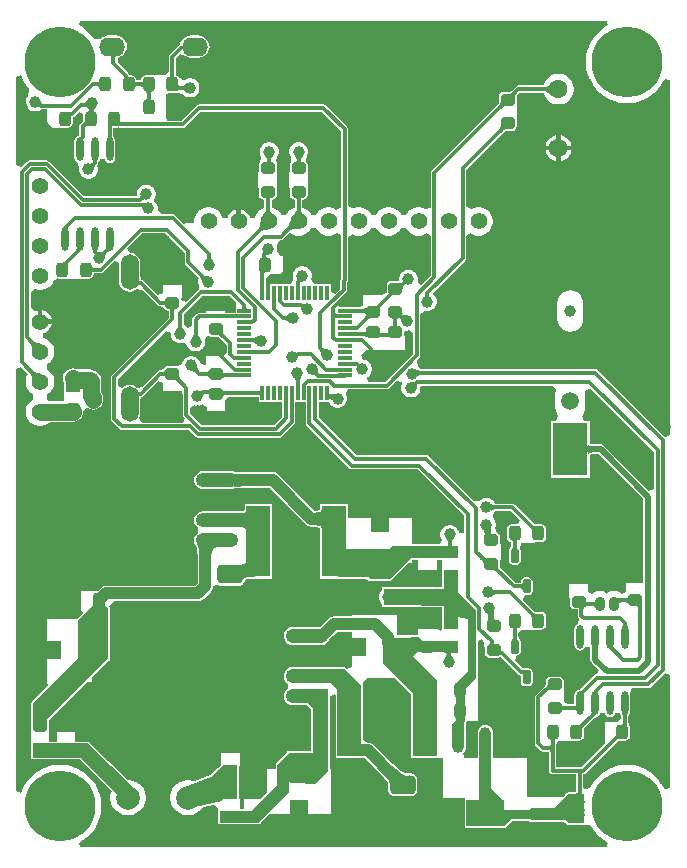
<source format=gtl>
G04*
G04 #@! TF.GenerationSoftware,Altium Limited,Altium Designer,22.3.1 (43)*
G04*
G04 Layer_Physical_Order=1*
G04 Layer_Color=255*
%FSLAX44Y44*%
%MOMM*%
G71*
G04*
G04 #@! TF.SameCoordinates,ED8E76AF-2C1D-4F3D-8887-468E79F1A133*
G04*
G04*
G04 #@! TF.FilePolarity,Positive*
G04*
G01*
G75*
%ADD27O,1.0000X2.2000*%
%ADD30O,1.5000X3.0000*%
%ADD32O,3.6000X1.2000*%
%ADD33R,1.6000X2.6000*%
%ADD34R,0.3048X1.1938*%
%ADD35R,1.1938X0.3048*%
%ADD38R,2.6000X1.6000*%
%ADD39O,0.6000X2.0000*%
G04:AMPARAMS|DCode=40|XSize=2.4mm|YSize=7mm|CornerRadius=0.6mm|HoleSize=0mm|Usage=FLASHONLY|Rotation=0.000|XOffset=0mm|YOffset=0mm|HoleType=Round|Shape=RoundedRectangle|*
%AMROUNDEDRECTD40*
21,1,2.4000,5.8000,0,0,0.0*
21,1,1.2000,7.0000,0,0,0.0*
1,1,1.2000,0.6000,-2.9000*
1,1,1.2000,-0.6000,-2.9000*
1,1,1.2000,-0.6000,2.9000*
1,1,1.2000,0.6000,2.9000*
%
%ADD40ROUNDEDRECTD40*%
%ADD41O,2.2000X1.6000*%
%ADD42R,3.0000X3.0000*%
%ADD43R,3.0000X4.5000*%
%ADD70C,1.6000*%
%ADD72R,3.2000X2.2000*%
G04:AMPARAMS|DCode=73|XSize=1mm|YSize=1.2mm|CornerRadius=0.25mm|HoleSize=0mm|Usage=FLASHONLY|Rotation=0.000|XOffset=0mm|YOffset=0mm|HoleType=Round|Shape=RoundedRectangle|*
%AMROUNDEDRECTD73*
21,1,1.0000,0.7000,0,0,0.0*
21,1,0.5000,1.2000,0,0,0.0*
1,1,0.5000,0.2500,-0.3500*
1,1,0.5000,-0.2500,-0.3500*
1,1,0.5000,-0.2500,0.3500*
1,1,0.5000,0.2500,0.3500*
%
%ADD73ROUNDEDRECTD73*%
G04:AMPARAMS|DCode=74|XSize=1mm|YSize=1.2mm|CornerRadius=0.25mm|HoleSize=0mm|Usage=FLASHONLY|Rotation=90.000|XOffset=0mm|YOffset=0mm|HoleType=Round|Shape=RoundedRectangle|*
%AMROUNDEDRECTD74*
21,1,1.0000,0.7000,0,0,90.0*
21,1,0.5000,1.2000,0,0,90.0*
1,1,0.5000,0.3500,0.2500*
1,1,0.5000,0.3500,-0.2500*
1,1,0.5000,-0.3500,-0.2500*
1,1,0.5000,-0.3500,0.2500*
%
%ADD74ROUNDEDRECTD74*%
%ADD75R,1.2000X1.0000*%
G04:AMPARAMS|DCode=76|XSize=0.7mm|YSize=1.2mm|CornerRadius=0.175mm|HoleSize=0mm|Usage=FLASHONLY|Rotation=0.000|XOffset=0mm|YOffset=0mm|HoleType=Round|Shape=RoundedRectangle|*
%AMROUNDEDRECTD76*
21,1,0.7000,0.8500,0,0,0.0*
21,1,0.3500,1.2000,0,0,0.0*
1,1,0.3500,0.1750,-0.4250*
1,1,0.3500,-0.1750,-0.4250*
1,1,0.3500,-0.1750,0.4250*
1,1,0.3500,0.1750,0.4250*
%
%ADD76ROUNDEDRECTD76*%
%ADD77R,2.0000X6.0000*%
%ADD78R,11.0000X9.0000*%
%ADD79R,2.2000X1.6000*%
G04:AMPARAMS|DCode=80|XSize=1.6mm|YSize=2.2mm|CornerRadius=0.4mm|HoleSize=0mm|Usage=FLASHONLY|Rotation=90.000|XOffset=0mm|YOffset=0mm|HoleType=Round|Shape=RoundedRectangle|*
%AMROUNDEDRECTD80*
21,1,1.6000,1.4000,0,0,90.0*
21,1,0.8000,2.2000,0,0,90.0*
1,1,0.8000,0.7000,0.4000*
1,1,0.8000,0.7000,-0.4000*
1,1,0.8000,-0.7000,-0.4000*
1,1,0.8000,-0.7000,0.4000*
%
%ADD80ROUNDEDRECTD80*%
%ADD81C,0.3000*%
%ADD82C,1.4000*%
%ADD83C,0.5000*%
%ADD84C,1.0000*%
%ADD85C,2.0000*%
%ADD86C,6.0000*%
%ADD87C,1.4000*%
%ADD88O,0.9000X1.2000*%
%ADD89C,1.5000*%
%ADD90C,1.0000*%
%ADD91C,0.8000*%
G36*
X498211Y699141D02*
X498693Y696000D01*
X495513Y694164D01*
X491873Y691371D01*
X488629Y688127D01*
X485836Y684487D01*
X483542Y680513D01*
X481786Y676274D01*
X480599Y671843D01*
X480000Y667294D01*
Y665000D01*
X480000Y662706D01*
X480598Y658157D01*
X481786Y653725D01*
X483542Y649486D01*
X485836Y645513D01*
X488629Y641873D01*
X491873Y638629D01*
X495513Y635836D01*
X499487Y633542D01*
X503726Y631786D01*
X507339Y630818D01*
X508157Y630599D01*
X512706Y630000D01*
X517294D01*
X521843Y630599D01*
X526275Y631786D01*
X530514Y633542D01*
X534487Y635836D01*
X538127Y638629D01*
X541371Y641873D01*
X544164Y645513D01*
X546458Y649487D01*
X547000Y650795D01*
X551000Y649999D01*
Y348868D01*
X549581Y347931D01*
X547000Y347326D01*
X490163Y404163D01*
X489170Y404826D01*
X488000Y405059D01*
X488000Y405059D01*
X339894D01*
X339402Y405912D01*
X337912Y407402D01*
X337844Y407441D01*
X336915Y411697D01*
X337077Y412331D01*
X339163Y414417D01*
X339826Y415409D01*
X340059Y416580D01*
Y451574D01*
X341062Y452619D01*
X344059Y454238D01*
X344947Y454000D01*
X347053D01*
X349088Y454545D01*
X350912Y455598D01*
X352402Y457088D01*
X353455Y458912D01*
X354000Y460947D01*
Y463053D01*
X353455Y465088D01*
X352402Y466912D01*
X350912Y468402D01*
X350774Y469449D01*
X378163Y496837D01*
X378826Y497830D01*
X379059Y499000D01*
X379059Y499000D01*
Y517752D01*
X379287Y518011D01*
X383059Y519738D01*
X383616Y519366D01*
X385800Y518461D01*
X388118Y518000D01*
X390482D01*
X392800Y518461D01*
X394984Y519366D01*
X396950Y520679D01*
X398621Y522351D01*
X399934Y524316D01*
X400839Y526500D01*
X401300Y528818D01*
Y531182D01*
X400839Y533500D01*
X399934Y535684D01*
X398621Y537649D01*
X396950Y539321D01*
X394984Y540634D01*
X392800Y541539D01*
X390482Y542000D01*
X388118D01*
X385800Y541539D01*
X383616Y540634D01*
X383059Y540262D01*
X379287Y541989D01*
X379059Y542248D01*
Y573733D01*
X410006Y604680D01*
X410645Y605280D01*
X411193Y605735D01*
X411684Y606100D01*
X412099Y606365D01*
X412210Y606422D01*
X417500D01*
X419061Y606732D01*
X420384Y607616D01*
X421268Y608939D01*
X421578Y610500D01*
Y614175D01*
X422000Y618000D01*
X422000D01*
Y628000D01*
X422000D01*
X421578Y631825D01*
Y635500D01*
X421482Y635984D01*
X421575Y636119D01*
X422279Y636953D01*
X424267Y638941D01*
X444354D01*
X444500Y638208D01*
X445480Y635842D01*
X446902Y633713D01*
X448713Y631902D01*
X450842Y630480D01*
X453208Y629500D01*
X455720Y629000D01*
X458280D01*
X460792Y629500D01*
X463158Y630480D01*
X465287Y631902D01*
X467098Y633713D01*
X468520Y635842D01*
X469500Y638208D01*
X470000Y640720D01*
Y643280D01*
X469500Y645792D01*
X468520Y648158D01*
X467098Y650287D01*
X465287Y652098D01*
X463158Y653520D01*
X460792Y654500D01*
X458280Y655000D01*
X455720D01*
X453208Y654500D01*
X450842Y653520D01*
X448713Y652098D01*
X446902Y650287D01*
X445480Y648158D01*
X444500Y645792D01*
X444354Y645059D01*
X423000D01*
X421829Y644826D01*
X420837Y644163D01*
X420837Y644163D01*
X417219Y640545D01*
X416922Y640282D01*
X416486Y639936D01*
X416107Y639674D01*
X415940Y639578D01*
X410500D01*
X408939Y639268D01*
X407616Y638384D01*
X406732Y637061D01*
X406422Y635500D01*
Y630500D01*
X406518Y630016D01*
X406425Y629881D01*
X405721Y629047D01*
X349837Y573163D01*
X349174Y572170D01*
X348941Y571000D01*
X348941Y571000D01*
Y542165D01*
X348327Y541539D01*
X344941Y540128D01*
X344184Y540634D01*
X342000Y541539D01*
X339682Y542000D01*
X337318D01*
X335000Y541539D01*
X332816Y540634D01*
X330850Y539321D01*
X329179Y537649D01*
X327988Y535867D01*
X327043Y535684D01*
X324557D01*
X323612Y535867D01*
X322421Y537649D01*
X320750Y539321D01*
X318784Y540634D01*
X316600Y541539D01*
X314282Y542000D01*
X311918D01*
X309600Y541539D01*
X307416Y540634D01*
X305450Y539321D01*
X303779Y537649D01*
X302588Y535867D01*
X301643Y535684D01*
X299157D01*
X298212Y535867D01*
X297021Y537649D01*
X295350Y539321D01*
X293384Y540634D01*
X291200Y541539D01*
X288882Y542000D01*
X286518D01*
X284200Y541539D01*
X283059Y541066D01*
X280192Y542383D01*
X279059Y543469D01*
Y608000D01*
X278826Y609170D01*
X278163Y610163D01*
X278163Y610163D01*
X260163Y628163D01*
X259170Y628826D01*
X258000Y629059D01*
X258000Y629059D01*
X153000D01*
X153000Y629059D01*
X151830Y628826D01*
X150837Y628163D01*
X150837Y628163D01*
X137733Y615059D01*
X125142D01*
X125000Y619000D01*
X125000D01*
Y635000D01*
X125000D01*
X125000Y638000D01*
X127500Y638422D01*
X132500D01*
X134061Y638732D01*
X135042Y638792D01*
X138531Y638204D01*
X138598Y638088D01*
X140088Y636598D01*
X141912Y635545D01*
X143947Y635000D01*
X146053D01*
X148088Y635545D01*
X149912Y636598D01*
X151402Y638088D01*
X152455Y639912D01*
X153000Y641947D01*
Y644053D01*
X152455Y646088D01*
X151402Y647912D01*
X149912Y649402D01*
X148088Y650455D01*
X146053Y651000D01*
X143947D01*
X141912Y650455D01*
X140517Y649649D01*
X140073Y649632D01*
X138762Y649977D01*
X136282Y651055D01*
X136197Y651167D01*
X135384Y652384D01*
X134061Y653268D01*
X133217Y653436D01*
X133197Y653485D01*
X133134Y653733D01*
X133079Y654076D01*
X133059Y654316D01*
Y668215D01*
X136262Y671419D01*
X139225Y671225D01*
X141209Y669702D01*
X143520Y668745D01*
X146000Y668418D01*
X152000D01*
X154480Y668745D01*
X156791Y669702D01*
X158776Y671225D01*
X160298Y673209D01*
X161255Y675520D01*
X161582Y678000D01*
X161255Y680480D01*
X160298Y682791D01*
X158776Y684775D01*
X156791Y686298D01*
X154480Y687255D01*
X152000Y687582D01*
X146000D01*
X143520Y687255D01*
X141209Y686298D01*
X139225Y684775D01*
X137702Y682791D01*
X136744Y680480D01*
X136683Y680011D01*
X136495Y679973D01*
X135502Y679310D01*
X127837Y671645D01*
X127174Y670653D01*
X126941Y669482D01*
X126941Y669482D01*
Y657196D01*
X125000Y654000D01*
X115000D01*
Y654000D01*
X111175Y653578D01*
X107500D01*
X105939Y653268D01*
X104616Y652384D01*
X103732Y651061D01*
X103453Y649657D01*
X102298Y649500D01*
X100702D01*
X99547Y649657D01*
X99268Y651061D01*
X98384Y652384D01*
X97061Y653268D01*
X95500Y653578D01*
X93583D01*
X93376Y654620D01*
X92713Y655613D01*
X92713Y655613D01*
X83630Y664696D01*
X84225Y668711D01*
X84480Y668745D01*
X86791Y669702D01*
X88776Y671225D01*
X90298Y673209D01*
X91256Y675520D01*
X91582Y678000D01*
X91256Y680480D01*
X90298Y682791D01*
X88776Y684775D01*
X86791Y686298D01*
X84480Y687255D01*
X82000Y687582D01*
X76000D01*
X73520Y687255D01*
X71209Y686298D01*
X69225Y684775D01*
X68877Y684323D01*
X64564Y684292D01*
X64167Y684482D01*
X64164Y684487D01*
X61371Y688127D01*
X58127Y691371D01*
X54487Y694164D01*
X51307Y696000D01*
X51790Y699143D01*
X52197Y700000D01*
X497802D01*
X498211Y699141D01*
D02*
G37*
G36*
X82838Y670097D02*
X82583Y669999D01*
X82359Y669839D01*
X82164Y669617D01*
X81999Y669334D01*
X81865Y668989D01*
X81760Y668582D01*
X81685Y668114D01*
X81640Y667584D01*
X81625Y666992D01*
X78625D01*
X78610Y667573D01*
X78565Y668092D01*
X78490Y668549D01*
X78385Y668945D01*
X78250Y669279D01*
X78085Y669551D01*
X77890Y669761D01*
X77665Y669910D01*
X77410Y669997D01*
X77125Y670022D01*
X83122Y670133D01*
X82838Y670097D01*
D02*
G37*
G36*
X131515Y654423D02*
X131560Y653891D01*
X131635Y653422D01*
X131739Y653015D01*
X131874Y652671D01*
X132038Y652389D01*
X132232Y652170D01*
X132456Y652014D01*
X132710Y651920D01*
X132994Y651889D01*
X127006D01*
X127290Y651920D01*
X127544Y652014D01*
X127768Y652170D01*
X127962Y652389D01*
X128126Y652671D01*
X128261Y653015D01*
X128366Y653422D01*
X128440Y653891D01*
X128485Y654423D01*
X128500Y655018D01*
X131500D01*
X131515Y654423D01*
D02*
G37*
G36*
X141429Y639500D02*
X141034Y639880D01*
X140634Y640220D01*
X140228Y640520D01*
X139816Y640780D01*
X139399Y641000D01*
X138977Y641180D01*
X138548Y641320D01*
X138115Y641420D01*
X137675Y641480D01*
X137452Y641490D01*
X137335Y641487D01*
X136875Y641447D01*
X136423Y641381D01*
X135978Y641288D01*
X135541Y641168D01*
X135110Y641023D01*
X134688Y640850D01*
X134272Y640651D01*
X133864Y640426D01*
X133464Y640174D01*
X134987Y646000D01*
X134947Y645715D01*
X134983Y645460D01*
X135095Y645235D01*
X135284Y645040D01*
X135549Y644875D01*
X135890Y644740D01*
X136308Y644635D01*
X136801Y644560D01*
X137372Y644515D01*
X137499Y644512D01*
X137675Y644520D01*
X138115Y644580D01*
X138548Y644680D01*
X138977Y644820D01*
X139399Y645000D01*
X139816Y645220D01*
X140228Y645480D01*
X140634Y645780D01*
X141034Y646120D01*
X141429Y646500D01*
Y639500D01*
D02*
G37*
G36*
X105013Y643000D02*
X104982Y643285D01*
X104891Y643540D01*
X104740Y643765D01*
X104528Y643960D01*
X104255Y644125D01*
X103922Y644260D01*
X103528Y644365D01*
X103073Y644440D01*
X102558Y644485D01*
X101982Y644500D01*
Y647500D01*
X102558Y647515D01*
X103073Y647560D01*
X103528Y647635D01*
X103922Y647740D01*
X104255Y647875D01*
X104528Y648040D01*
X104740Y648235D01*
X104891Y648460D01*
X104982Y648715D01*
X105013Y649000D01*
Y643000D01*
D02*
G37*
G36*
X98018Y648715D02*
X98109Y648460D01*
X98260Y648235D01*
X98472Y648040D01*
X98745Y647875D01*
X99078Y647740D01*
X99472Y647635D01*
X99927Y647560D01*
X100442Y647515D01*
X101018Y647500D01*
Y644500D01*
X100442Y644485D01*
X99927Y644440D01*
X99472Y644365D01*
X99078Y644260D01*
X98745Y644125D01*
X98472Y643960D01*
X98260Y643765D01*
X98109Y643540D01*
X98018Y643285D01*
X97987Y643000D01*
Y649000D01*
X98018Y648715D01*
D02*
G37*
G36*
X68013Y643000D02*
X67982Y643285D01*
X67891Y643540D01*
X67740Y643765D01*
X67528Y643960D01*
X67255Y644125D01*
X66922Y644260D01*
X66528Y644365D01*
X66073Y644440D01*
X65558Y644485D01*
X64982Y644500D01*
Y647500D01*
X65558Y647515D01*
X66073Y647560D01*
X66528Y647635D01*
X66922Y647740D01*
X67255Y647875D01*
X67528Y648040D01*
X67740Y648235D01*
X67891Y648460D01*
X67982Y648715D01*
X68013Y649000D01*
Y643000D01*
D02*
G37*
G36*
X421851Y638730D02*
X421264Y638122D01*
X420357Y637048D01*
X420037Y636581D01*
X419807Y636162D01*
X419665Y635791D01*
X419612Y635466D01*
X419648Y635188D01*
X419773Y634958D01*
X419987Y634775D01*
X414775Y637987D01*
X415051Y637865D01*
X415359Y637818D01*
X415700Y637846D01*
X416075Y637949D01*
X416483Y638127D01*
X416924Y638379D01*
X417397Y638707D01*
X417905Y639109D01*
X418445Y639587D01*
X419018Y640139D01*
X421851Y638730D01*
D02*
G37*
G36*
X112994Y640111D02*
X112710Y640080D01*
X112456Y639986D01*
X112232Y639830D01*
X112038Y639611D01*
X111874Y639329D01*
X111739Y638985D01*
X111634Y638578D01*
X111560Y638109D01*
X111515Y637577D01*
X111500Y636982D01*
X108500D01*
X108485Y637577D01*
X108440Y638109D01*
X108365Y638578D01*
X108261Y638985D01*
X108126Y639329D01*
X107962Y639611D01*
X107768Y639830D01*
X107544Y639986D01*
X107290Y640080D01*
X107006Y640111D01*
X112994Y640111D01*
D02*
G37*
G36*
X451287Y636400D02*
X450494Y637179D01*
X448974Y638491D01*
X448247Y639024D01*
X447541Y639475D01*
X446858Y639844D01*
X446196Y640131D01*
X445556Y640336D01*
X444938Y640459D01*
X444342Y640500D01*
Y643500D01*
X444938Y643541D01*
X445556Y643664D01*
X446196Y643869D01*
X446858Y644156D01*
X447541Y644525D01*
X448247Y644976D01*
X448974Y645509D01*
X449723Y646124D01*
X451287Y647600D01*
Y636400D01*
D02*
G37*
G36*
X111515Y635423D02*
X111560Y634891D01*
X111634Y634422D01*
X111739Y634015D01*
X111874Y633671D01*
X112038Y633389D01*
X112232Y633170D01*
X112456Y633014D01*
X112710Y632920D01*
X112994Y632888D01*
X107006D01*
X107290Y632920D01*
X107544Y633014D01*
X107768Y633170D01*
X107962Y633389D01*
X108126Y633671D01*
X108261Y634015D01*
X108365Y634422D01*
X108440Y634891D01*
X108485Y635423D01*
X108500Y636018D01*
X111500D01*
X111515Y635423D01*
D02*
G37*
G36*
X413225Y628013D02*
X412942Y628127D01*
X412612Y628153D01*
X412234Y628089D01*
X411809Y627935D01*
X411336Y627692D01*
X410816Y627360D01*
X410248Y626938D01*
X409632Y626427D01*
X408258Y625137D01*
X406149Y627270D01*
X406736Y627878D01*
X407643Y628952D01*
X407963Y629418D01*
X408194Y629838D01*
X408335Y630209D01*
X408388Y630534D01*
X408352Y630812D01*
X408227Y631042D01*
X408013Y631225D01*
X413225Y628013D01*
D02*
G37*
G36*
X59214Y626691D02*
X65125Y626097D01*
X64721Y625751D01*
X64360Y625393D01*
X64041Y625023D01*
X63765Y624641D01*
X63531Y624247D01*
X63340Y623842D01*
X63313Y623766D01*
X63371Y623613D01*
X63534Y623320D01*
X63727Y623090D01*
X63949Y622923D01*
X64201Y622818D01*
X64483Y622776D01*
X63061Y622827D01*
X63021Y622554D01*
X63000Y622101D01*
X60000Y622417D01*
X59982Y622853D01*
X59971Y622935D01*
X58500Y622987D01*
X58785Y623008D01*
X59040Y623092D01*
X59265Y623238D01*
X59460Y623447D01*
X59625Y623719D01*
X59747Y624021D01*
X59706Y624162D01*
X59540Y624600D01*
X59338Y625038D01*
X59099Y625477D01*
X58823Y625916D01*
X58696Y626095D01*
X58000Y626431D01*
X57523Y626624D01*
X56600Y626922D01*
X56155Y627027D01*
X55721Y627101D01*
X55297Y627146D01*
X54884Y627161D01*
X54003Y630161D01*
X54466Y630183D01*
X54907Y630251D01*
X55326Y630364D01*
X55722Y630521D01*
X56095Y630724D01*
X56446Y630972D01*
X56774Y631266D01*
X57079Y631604D01*
X57362Y631987D01*
X57622Y632416D01*
X59214Y626691D01*
D02*
G37*
G36*
X76055Y612664D02*
X76174Y612536D01*
X80050Y611013D01*
X79765Y611088D01*
X79510Y611080D01*
X79285Y610988D01*
X79090Y610811D01*
X78925Y610550D01*
X78790Y610205D01*
X78685Y609775D01*
X78610Y609262D01*
X78565Y608664D01*
X78550Y607982D01*
X75550Y608499D01*
X75556Y609434D01*
X75775Y612338D01*
X75856Y612565D01*
X75949Y612674D01*
X76055Y612664D01*
D02*
G37*
G36*
X59225Y611013D02*
X59042Y611227D01*
X58811Y611352D01*
X58534Y611388D01*
X58209Y611335D01*
X57838Y611194D01*
X57418Y610963D01*
X56952Y610643D01*
X56439Y610234D01*
X55878Y609736D01*
X55270Y609149D01*
X53137Y611258D01*
X53827Y611969D01*
X54938Y613248D01*
X55360Y613816D01*
X55692Y614336D01*
X55935Y614809D01*
X56089Y615234D01*
X56153Y615612D01*
X56127Y615942D01*
X56013Y616225D01*
X59225Y611013D01*
D02*
G37*
G36*
X413225Y608013D02*
X412942Y608127D01*
X412612Y608153D01*
X412234Y608089D01*
X411809Y607935D01*
X411336Y607692D01*
X410816Y607360D01*
X410248Y606938D01*
X409632Y606427D01*
X408258Y605137D01*
X406149Y607270D01*
X406736Y607878D01*
X407643Y608952D01*
X407963Y609418D01*
X408194Y609837D01*
X408335Y610209D01*
X408388Y610534D01*
X408352Y610812D01*
X408227Y611042D01*
X408013Y611225D01*
X413225Y608013D01*
D02*
G37*
G36*
X78559Y603073D02*
X78646Y602105D01*
X78723Y601658D01*
X78822Y601236D01*
X78942Y600839D01*
X79085Y600466D01*
X79249Y600119D01*
X79436Y599796D01*
X79644Y599498D01*
X74456D01*
X74665Y599796D01*
X74851Y600119D01*
X75015Y600466D01*
X75158Y600839D01*
X75278Y601236D01*
X75377Y601658D01*
X75454Y602105D01*
X75509Y602576D01*
X75553Y603594D01*
X78548D01*
X78559Y603073D01*
D02*
G37*
G36*
X240120Y585034D02*
X239780Y584634D01*
X239480Y584228D01*
X239220Y583816D01*
X239000Y583399D01*
X238820Y582977D01*
X238680Y582548D01*
X238580Y582115D01*
X238558Y581952D01*
X238560Y581927D01*
X238635Y581472D01*
X238740Y581078D01*
X238875Y580745D01*
X239040Y580472D01*
X239235Y580260D01*
X239460Y580109D01*
X239715Y580018D01*
X240000Y579987D01*
X234000D01*
X234285Y580018D01*
X234540Y580109D01*
X234765Y580260D01*
X234960Y580472D01*
X235125Y580745D01*
X235260Y581078D01*
X235365Y581472D01*
X235440Y581927D01*
X235442Y581952D01*
X235420Y582115D01*
X235320Y582548D01*
X235180Y582977D01*
X235000Y583399D01*
X234780Y583816D01*
X234520Y584228D01*
X234220Y584634D01*
X233880Y585034D01*
X233500Y585429D01*
X240500D01*
X240120Y585034D01*
D02*
G37*
G36*
X215120D02*
X214780Y584634D01*
X214480Y584228D01*
X214220Y583816D01*
X214000Y583399D01*
X213820Y582977D01*
X213680Y582548D01*
X213580Y582115D01*
X213556Y581941D01*
X213560Y581899D01*
X213634Y581432D01*
X213739Y581027D01*
X213874Y580683D01*
X214038Y580401D01*
X214232Y580181D01*
X214456Y580022D01*
X214710Y579924D01*
X214994Y579888D01*
X209000Y579987D01*
X209285Y580013D01*
X209540Y580101D01*
X209765Y580250D01*
X209960Y580460D01*
X210125Y580733D01*
X210260Y581067D01*
X210365Y581462D01*
X210440Y581919D01*
X210443Y581949D01*
X210420Y582115D01*
X210320Y582548D01*
X210180Y582977D01*
X210000Y583399D01*
X209780Y583816D01*
X209520Y584228D01*
X209220Y584634D01*
X208880Y585034D01*
X208500Y585429D01*
X215500D01*
X215120Y585034D01*
D02*
G37*
G36*
X65960Y581529D02*
X65936Y581463D01*
X65916Y581353D01*
X65898Y581199D01*
X65870Y580759D01*
X65848Y579350D01*
X64350D01*
X65411Y578289D01*
X65085Y577943D01*
X64799Y577593D01*
X64553Y577242D01*
X64347Y576888D01*
X64181Y576531D01*
X64055Y576173D01*
X63968Y575812D01*
X63922Y575448D01*
X63915Y575083D01*
X63949Y574715D01*
X59715Y578949D01*
X60083Y578915D01*
X60448Y578922D01*
X60812Y578968D01*
X61173Y579055D01*
X61531Y579181D01*
X61888Y579347D01*
X62242Y579553D01*
X62593Y579799D01*
X62837Y579998D01*
X62740Y581529D01*
X62714Y581551D01*
X65986D01*
X65960Y581529D01*
D02*
G37*
G36*
X3542Y649486D02*
X5836Y645513D01*
X8629Y641873D01*
X8704Y641798D01*
X8862Y639983D01*
X8266Y636579D01*
X7598Y635912D01*
X6545Y634088D01*
X6000Y632053D01*
Y629947D01*
X6545Y627912D01*
X7598Y626088D01*
X9088Y624598D01*
X10912Y623545D01*
X12947Y623000D01*
X15053D01*
X17088Y623545D01*
X18912Y624598D01*
X19255Y624941D01*
X24000D01*
Y614989D01*
X24065Y614809D01*
X24308Y614336D01*
X24640Y613816D01*
X25062Y613248D01*
X25573Y612632D01*
X26863Y611258D01*
X24729Y609149D01*
X24122Y609736D01*
X24000Y609839D01*
Y609000D01*
X34000D01*
Y609000D01*
X37825Y609422D01*
X41500D01*
X43061Y609732D01*
X44384Y610616D01*
X45268Y611939D01*
X45578Y613500D01*
Y617941D01*
X46159Y618057D01*
X47151Y618720D01*
X50694Y622262D01*
X54049Y620676D01*
X54422Y620333D01*
Y615210D01*
X54365Y615099D01*
X54100Y614684D01*
X53745Y614207D01*
X52845Y613171D01*
X51837Y612163D01*
X51174Y611171D01*
X50941Y610000D01*
X50941Y610000D01*
Y602447D01*
X49894Y602239D01*
X48406Y601244D01*
X47411Y599756D01*
X47062Y598000D01*
Y584000D01*
X47411Y582244D01*
X48406Y580756D01*
X49894Y579761D01*
X51131Y575541D01*
X51000Y575053D01*
Y572947D01*
X51545Y570912D01*
X52598Y569088D01*
X54088Y567598D01*
X55912Y566545D01*
X57947Y566000D01*
X60053D01*
X62088Y566545D01*
X63912Y567598D01*
X65402Y569088D01*
X66455Y570912D01*
X67000Y572947D01*
Y575053D01*
X66455Y577088D01*
X66440Y577114D01*
X66513Y577187D01*
X66513Y577187D01*
X67176Y578180D01*
X67409Y579350D01*
Y580632D01*
X67594Y580756D01*
X68589Y582244D01*
X68661Y582606D01*
X72739D01*
X72811Y582244D01*
X73806Y580756D01*
X75294Y579761D01*
X77050Y579412D01*
X78806Y579761D01*
X80294Y580756D01*
X81289Y582244D01*
X81638Y584000D01*
Y598000D01*
X81289Y599756D01*
X80939Y600280D01*
X80898Y600374D01*
X80727Y600617D01*
X80605Y600829D01*
X80492Y601067D01*
X80390Y601335D01*
X80300Y601633D01*
X80223Y601962D01*
X80164Y602304D01*
X80109Y602912D01*
Y608798D01*
X80131Y609094D01*
X80179Y609422D01*
X83500D01*
X84320Y609585D01*
X84537Y609542D01*
X85087Y609174D01*
X86257Y608941D01*
X139000D01*
X139000Y608941D01*
X140170Y609174D01*
X141163Y609837D01*
X154267Y622941D01*
X256733D01*
X272941Y606733D01*
Y541986D01*
X271989Y541138D01*
X268941Y539995D01*
X267984Y540634D01*
X265800Y541539D01*
X263482Y542000D01*
X261118D01*
X258800Y541539D01*
X256616Y540634D01*
X254650Y539321D01*
X252979Y537649D01*
X251788Y535867D01*
X250843Y535684D01*
X248357D01*
X247412Y535867D01*
X246221Y537649D01*
X244550Y539321D01*
X242584Y540634D01*
X240400Y541539D01*
X240059Y541607D01*
Y547656D01*
X240079Y547882D01*
X240132Y548205D01*
X240189Y548422D01*
X240500D01*
X242061Y548732D01*
X243384Y549616D01*
X244268Y550939D01*
X244578Y552500D01*
Y556175D01*
X245000Y560000D01*
X245000D01*
Y570000D01*
X245000D01*
X244578Y573825D01*
Y577500D01*
X244268Y579061D01*
X244076Y579348D01*
X243384Y580388D01*
X243401Y583995D01*
X243705Y584614D01*
X244455Y585912D01*
X245000Y587947D01*
Y590053D01*
X244455Y592088D01*
X243402Y593912D01*
X241912Y595402D01*
X240088Y596455D01*
X238053Y597000D01*
X235947D01*
X233912Y596455D01*
X232088Y595402D01*
X230598Y593912D01*
X229545Y592088D01*
X229000Y590053D01*
Y587947D01*
X229545Y585912D01*
X230295Y584614D01*
X230599Y583995D01*
X230616Y580388D01*
X229924Y579348D01*
X229732Y579061D01*
X229422Y577500D01*
Y573825D01*
X229000Y570000D01*
X229000D01*
Y560000D01*
X229000D01*
X229422Y556175D01*
Y552500D01*
X229732Y550939D01*
X230616Y549616D01*
X231939Y548732D01*
X233500Y548422D01*
X233811D01*
X233868Y548205D01*
X233922Y547882D01*
X233941Y547656D01*
Y541646D01*
X233400Y541539D01*
X231216Y540634D01*
X229251Y539321D01*
X227579Y537649D01*
X226388Y535867D01*
X225443Y535684D01*
X222957D01*
X222012Y535867D01*
X220821Y537649D01*
X219149Y539321D01*
X217184Y540634D01*
X215000Y541539D01*
X214059Y541726D01*
Y547656D01*
X214079Y547882D01*
X214132Y548205D01*
X214189Y548422D01*
X214500D01*
X216061Y548732D01*
X217384Y549616D01*
X218268Y550939D01*
X218578Y552500D01*
Y556175D01*
X219000Y560000D01*
X219000D01*
Y570000D01*
X219000D01*
X218578Y573825D01*
Y577500D01*
X218268Y579061D01*
X217541Y580957D01*
X218402Y584088D01*
X219455Y585912D01*
X220000Y587947D01*
Y590053D01*
X219455Y592088D01*
X218402Y593912D01*
X216912Y595402D01*
X215088Y596455D01*
X213053Y597000D01*
X210947D01*
X208912Y596455D01*
X207088Y595402D01*
X205598Y593912D01*
X204545Y592088D01*
X204000Y590053D01*
Y587947D01*
X204545Y585912D01*
X205016Y585096D01*
X205421Y583418D01*
X204616Y580384D01*
X203732Y579061D01*
X203422Y577500D01*
Y573825D01*
X203000Y570000D01*
X203000D01*
Y560000D01*
X203000D01*
X203422Y556175D01*
Y552500D01*
X203732Y550939D01*
X204616Y549616D01*
X205939Y548732D01*
X207500Y548422D01*
X207810D01*
X207868Y548205D01*
X207922Y547882D01*
X207941Y547656D01*
Y541515D01*
X205816Y540634D01*
X203850Y539321D01*
X202179Y537649D01*
X200866Y535684D01*
X199961Y533500D01*
X199831Y532846D01*
X195726Y532712D01*
X195418Y533860D01*
X194102Y536140D01*
X192240Y538002D01*
X189960Y539319D01*
X188100Y539817D01*
Y530000D01*
X184100D01*
Y539817D01*
X182240Y539319D01*
X179960Y538002D01*
X178098Y536140D01*
X176782Y533860D01*
X176474Y532712D01*
X172369Y532846D01*
X172239Y533500D01*
X171334Y535684D01*
X170021Y537649D01*
X168349Y539321D01*
X166384Y540634D01*
X164200Y541539D01*
X161882Y542000D01*
X159518D01*
X157200Y541539D01*
X155016Y540634D01*
X153050Y539321D01*
X151379Y537649D01*
X150066Y535684D01*
X149161Y533500D01*
X148700Y531182D01*
Y529000D01*
X141000D01*
X139845Y527845D01*
X132527Y535163D01*
X131535Y535826D01*
X130364Y536059D01*
X130364Y536059D01*
X120684D01*
X120293Y536267D01*
X117746Y539947D01*
Y542053D01*
X117201Y544088D01*
X116148Y545912D01*
X114658Y547402D01*
X115455Y549912D01*
X116000Y551947D01*
Y554053D01*
X115455Y556088D01*
X114402Y557912D01*
X112912Y559402D01*
X111088Y560455D01*
X109053Y561000D01*
X106947D01*
X104912Y560455D01*
X103088Y559402D01*
X101598Y557912D01*
X100545Y556088D01*
X100000Y554053D01*
Y551947D01*
X99341Y551087D01*
X55602D01*
X26027Y580663D01*
X25034Y581326D01*
X23864Y581559D01*
X23864Y581559D01*
X9136D01*
X7965Y581326D01*
X6973Y580663D01*
X6973Y580663D01*
X2000Y575690D01*
X-2000Y577347D01*
Y652589D01*
X1786Y653725D01*
X3542Y649486D01*
D02*
G37*
G36*
X106634Y548190D02*
X106380Y548242D01*
X106120Y548255D01*
X105853Y548230D01*
X105580Y548166D01*
X105300Y548063D01*
X105014Y547921D01*
X104721Y547741D01*
X104422Y547522D01*
X104116Y547264D01*
X103803Y546968D01*
X101682Y549089D01*
X101996Y549419D01*
X102272Y549740D01*
X102509Y550053D01*
X102708Y550359D01*
X102868Y550657D01*
X102991Y550947D01*
X103074Y551229D01*
X103120Y551503D01*
X103127Y551769D01*
X103096Y552027D01*
X106634Y548190D01*
D02*
G37*
G36*
X239715Y549982D02*
X239460Y549891D01*
X239235Y549740D01*
X239040Y549528D01*
X238875Y549255D01*
X238740Y548922D01*
X238635Y548528D01*
X238560Y548073D01*
X238515Y547558D01*
X238500Y546982D01*
X235500D01*
X235485Y547558D01*
X235440Y548073D01*
X235365Y548528D01*
X235260Y548922D01*
X235125Y549255D01*
X234960Y549528D01*
X234765Y549740D01*
X234540Y549891D01*
X234285Y549982D01*
X234000Y550013D01*
X240000D01*
X239715Y549982D01*
D02*
G37*
G36*
X213715D02*
X213460Y549891D01*
X213235Y549740D01*
X213040Y549528D01*
X212875Y549255D01*
X212740Y548922D01*
X212635Y548528D01*
X212560Y548073D01*
X212515Y547558D01*
X212500Y546982D01*
X209500D01*
X209485Y547558D01*
X209440Y548073D01*
X209365Y548528D01*
X209260Y548922D01*
X209125Y549255D01*
X208960Y549528D01*
X208765Y549740D01*
X208540Y549891D01*
X208285Y549982D01*
X208000Y550013D01*
X214000D01*
X213715Y549982D01*
D02*
G37*
G36*
X238500Y541015D02*
X238534Y540470D01*
X238635Y539912D01*
X238803Y539339D01*
X239039Y538751D01*
X239343Y538150D01*
X239713Y537534D01*
X240152Y536904D01*
X240657Y536260D01*
X241871Y534929D01*
X232072Y535069D01*
X232723Y535716D01*
X233820Y536979D01*
X234266Y537594D01*
X234643Y538199D01*
X234951Y538792D01*
X235191Y539375D01*
X235363Y539947D01*
X235466Y540508D01*
X235500Y541059D01*
X238500Y541015D01*
D02*
G37*
G36*
X212535Y540567D02*
X212641Y540002D01*
X212818Y539433D01*
X213065Y538860D01*
X213383Y538283D01*
X213771Y537702D01*
X214230Y537116D01*
X214760Y536527D01*
X215360Y535934D01*
X216030Y535336D01*
X206255Y534636D01*
X206872Y535360D01*
X207910Y536742D01*
X208332Y537402D01*
X208689Y538039D01*
X208981Y538656D01*
X209208Y539251D01*
X209370Y539825D01*
X209468Y540377D01*
X209500Y540908D01*
X212500Y541128D01*
X212535Y540567D01*
D02*
G37*
G36*
X235488Y523144D02*
X234644Y523293D01*
X233846Y523382D01*
X233093Y523413D01*
X232386Y523384D01*
X231724Y523297D01*
X231107Y523150D01*
X230535Y522944D01*
X230009Y522679D01*
X229528Y522354D01*
X229092Y521971D01*
X227397Y524518D01*
X227725Y524888D01*
X228039Y525326D01*
X228338Y525832D01*
X228622Y526405D01*
X228892Y527047D01*
X229146Y527757D01*
X229611Y529380D01*
X229822Y530293D01*
X230017Y531275D01*
X235488Y523144D01*
D02*
G37*
G36*
X43189Y526239D02*
X42662Y525691D01*
X41867Y524728D01*
X41599Y524313D01*
X41418Y523944D01*
X41324Y523619D01*
X41316Y523338D01*
X41396Y523102D01*
X41561Y522911D01*
X41814Y522765D01*
X37452Y524594D01*
X37440Y524610D01*
X37505Y524700D01*
X37647Y524863D01*
X39505Y526788D01*
X40786Y528075D01*
X43189Y526239D01*
D02*
G37*
G36*
X211430Y523000D02*
X210506Y522990D01*
X208830Y522852D01*
X208077Y522725D01*
X207381Y522558D01*
X206742Y522352D01*
X206160Y522106D01*
X205635Y521822D01*
X205167Y521498D01*
X204756Y521135D01*
X202635Y523256D01*
X202998Y523667D01*
X203322Y524135D01*
X203606Y524660D01*
X203852Y525242D01*
X204058Y525881D01*
X204225Y526577D01*
X204352Y527330D01*
X204441Y528140D01*
X204500Y529930D01*
X211430Y523000D01*
D02*
G37*
G36*
X302588Y524133D02*
X303779Y522351D01*
X305450Y520679D01*
X307416Y519366D01*
X309600Y518461D01*
X311918Y518000D01*
X314282D01*
X316600Y518461D01*
X318784Y519366D01*
X320750Y520679D01*
X322421Y522351D01*
X323612Y524133D01*
X324557Y524316D01*
X327043D01*
X327988Y524133D01*
X329179Y522351D01*
X330850Y520679D01*
X332816Y519366D01*
X335000Y518461D01*
X337318Y518000D01*
X339682D01*
X342000Y518461D01*
X344184Y519366D01*
X344941Y519872D01*
X348327Y518461D01*
X348941Y517835D01*
Y484267D01*
X340969Y476295D01*
X339300Y477063D01*
X337647Y478630D01*
X338000Y479947D01*
Y482053D01*
X337455Y484088D01*
X336402Y485912D01*
X334912Y487402D01*
X333088Y488455D01*
X331053Y489000D01*
X328947D01*
X326912Y488455D01*
X325088Y487402D01*
X323598Y485912D01*
X322545Y484088D01*
X322000Y482053D01*
Y479947D01*
X321717Y479578D01*
X315500D01*
X313939Y479268D01*
X312616Y478384D01*
X311732Y477061D01*
X311422Y475500D01*
Y470500D01*
X311630Y469451D01*
X311611Y469422D01*
X311238Y468977D01*
X307642Y468000D01*
X307642Y468000D01*
Y468000D01*
X307642Y468000D01*
X291642D01*
Y458000D01*
X287825Y457559D01*
X276142D01*
X275967Y457524D01*
X270884D01*
X269228Y461524D01*
X277163Y469459D01*
X277163Y469459D01*
X277826Y470452D01*
X278059Y471622D01*
Y478047D01*
X278163Y478151D01*
X278826Y479143D01*
X279059Y480314D01*
X279059Y480314D01*
Y516531D01*
X280192Y517617D01*
X283059Y518934D01*
X284200Y518461D01*
X286518Y518000D01*
X288882D01*
X291200Y518461D01*
X293384Y519366D01*
X295350Y520679D01*
X297021Y522351D01*
X298212Y524133D01*
X299157Y524316D01*
X301643D01*
X302588Y524133D01*
D02*
G37*
G36*
X251788D02*
X252979Y522351D01*
X254650Y520679D01*
X256616Y519366D01*
X258800Y518461D01*
X261118Y518000D01*
X263482D01*
X265800Y518461D01*
X267984Y519366D01*
X268941Y520005D01*
X271989Y518862D01*
X272941Y518014D01*
Y481581D01*
X272837Y481477D01*
X272174Y480484D01*
X271941Y479314D01*
X271941Y479314D01*
Y472889D01*
X267862Y468810D01*
X264166Y470340D01*
Y476969D01*
X249711D01*
X247455Y480912D01*
X248000Y482947D01*
Y485053D01*
X247455Y487088D01*
X246402Y488912D01*
X244912Y490402D01*
X243088Y491455D01*
X241053Y492000D01*
X238947D01*
X236912Y491455D01*
X235088Y490402D01*
X233598Y488912D01*
X232545Y487088D01*
X232000Y485053D01*
Y482947D01*
X232545Y480912D01*
X230973Y477581D01*
X229848Y476969D01*
X213118D01*
Y476969D01*
X209201Y477169D01*
Y481455D01*
X209827Y482734D01*
X213020Y485069D01*
X213642Y485000D01*
Y485000D01*
X223116D01*
X222192Y485671D01*
X222755Y486255D01*
X223605Y487273D01*
X223642Y487329D01*
Y501000D01*
X221392D01*
X220302Y502080D01*
X218746Y505000D01*
X219000Y505947D01*
Y508053D01*
X218494Y509941D01*
X218457Y510091D01*
X220828Y513941D01*
X222000D01*
X222000Y513941D01*
X223171Y514174D01*
X224163Y514837D01*
X229703Y520377D01*
X231216Y519366D01*
X233400Y518461D01*
X235718Y518000D01*
X238082D01*
X240400Y518461D01*
X242584Y519366D01*
X244550Y520679D01*
X246221Y522351D01*
X247412Y524133D01*
X248357Y524316D01*
X250843D01*
X251788Y524133D01*
D02*
G37*
G36*
X77825Y505107D02*
X77457Y505042D01*
X77088Y504945D01*
X76719Y504815D01*
X76350Y504654D01*
X75979Y504459D01*
X75609Y504232D01*
X75237Y503973D01*
X74866Y503680D01*
X74348Y503207D01*
X74254Y503105D01*
X73986Y502752D01*
X73750Y502374D01*
X73546Y501972D01*
X73375Y501546D01*
X73235Y501096D01*
X73128Y500621D01*
X73053Y500121D01*
X73010Y499598D01*
X73000Y499050D01*
X68050Y504000D01*
X68598Y504010D01*
X69121Y504053D01*
X69621Y504128D01*
X70096Y504235D01*
X70546Y504375D01*
X70972Y504546D01*
X71374Y504750D01*
X71751Y504986D01*
X72105Y505254D01*
X72312Y505444D01*
X72597Y505740D01*
X73492Y506802D01*
X73818Y507274D01*
X74064Y507708D01*
X74230Y508104D01*
X74314Y508460D01*
X74319Y508778D01*
X74242Y509057D01*
X74085Y509297D01*
X77825Y505107D01*
D02*
G37*
G36*
X209515Y501428D02*
X209560Y500902D01*
X209635Y500440D01*
X209740Y500042D01*
X209875Y499707D01*
X210040Y499435D01*
X210235Y499228D01*
X210460Y499084D01*
X210715Y499004D01*
X211000Y498987D01*
X205017Y498681D01*
X205299Y498728D01*
X205551Y498839D01*
X205773Y499014D01*
X205966Y499252D01*
X206129Y499553D01*
X206263Y499919D01*
X206367Y500348D01*
X206441Y500841D01*
X206485Y501398D01*
X206500Y502018D01*
X209500D01*
X209515Y501428D01*
D02*
G37*
G36*
X162520Y500272D02*
X162580Y499832D01*
X162680Y499398D01*
X162820Y498970D01*
X163000Y498547D01*
X163220Y498130D01*
X163480Y497719D01*
X163780Y497313D01*
X164120Y496912D01*
X164500Y496517D01*
X157500D01*
X157880Y496912D01*
X158220Y497313D01*
X158520Y497719D01*
X158780Y498130D01*
X159000Y498547D01*
X159180Y498970D01*
X159320Y499398D01*
X159420Y499832D01*
X159480Y500272D01*
X159500Y500717D01*
X162500D01*
X162520Y500272D01*
D02*
G37*
G36*
X43450Y496329D02*
X42888Y495745D01*
X42037Y494727D01*
X41749Y494292D01*
X41552Y493907D01*
X41447Y493571D01*
X41434Y493285D01*
X41512Y493048D01*
X41681Y492861D01*
X41942Y492724D01*
X35775Y494987D01*
X36103Y494918D01*
X36473Y494933D01*
X36887Y495033D01*
X37344Y495218D01*
X37844Y495488D01*
X38388Y495844D01*
X38974Y496284D01*
X40277Y497419D01*
X40993Y498114D01*
X43450Y496329D01*
D02*
G37*
G36*
X209142Y487012D02*
X208857Y487060D01*
X208602Y487029D01*
X208377Y486920D01*
X208182Y486734D01*
X208017Y486469D01*
X207882Y486128D01*
X207777Y485708D01*
X207702Y485210D01*
X207657Y484635D01*
X207642Y483982D01*
X204642Y484532D01*
X204634Y485070D01*
X204510Y486501D01*
X204436Y486917D01*
X204345Y487302D01*
X204237Y487657D01*
X204113Y487981D01*
X203973Y488274D01*
X203816Y488536D01*
X209142Y487012D01*
D02*
G37*
G36*
X62018Y491715D02*
X62109Y491460D01*
X62260Y491235D01*
X62472Y491040D01*
X62745Y490875D01*
X63078Y490740D01*
X63472Y490635D01*
X63927Y490560D01*
X64442Y490515D01*
X65018Y490500D01*
Y487500D01*
X64442Y487485D01*
X63927Y487440D01*
X63472Y487365D01*
X63078Y487260D01*
X62745Y487125D01*
X62472Y486960D01*
X62260Y486765D01*
X62109Y486540D01*
X62018Y486285D01*
X61987Y486000D01*
Y492000D01*
X62018Y491715D01*
D02*
G37*
G36*
X84942Y494645D02*
X84922Y494500D01*
Y479500D01*
X85232Y477150D01*
X86138Y474961D01*
X87581Y473081D01*
X89461Y471638D01*
X91650Y470732D01*
X94000Y470422D01*
X96349Y470732D01*
X98539Y471638D01*
X100419Y473081D01*
X104650Y472024D01*
X117837Y458837D01*
X118829Y458174D01*
X120000Y457941D01*
X122732Y456939D01*
X123616Y455616D01*
X124939Y454732D01*
X126500Y454422D01*
X126811D01*
X126868Y454206D01*
X126922Y453882D01*
X126941Y453656D01*
Y448267D01*
X78837Y400163D01*
X78174Y399170D01*
X77941Y398000D01*
X77941Y398000D01*
Y362757D01*
X77941Y362757D01*
X78174Y361587D01*
X78837Y360594D01*
X85216Y354216D01*
X86208Y353553D01*
X87379Y353320D01*
X87379Y353320D01*
X143990D01*
X149473Y347837D01*
X150465Y347174D01*
X151636Y346941D01*
X151636Y346941D01*
X221000D01*
X221000Y346941D01*
X222171Y347174D01*
X223163Y347837D01*
X233281Y357955D01*
X233281Y357955D01*
X233944Y358948D01*
X234177Y360118D01*
X234177Y360118D01*
Y377031D01*
X243083D01*
Y358858D01*
X243083Y358858D01*
X243316Y357687D01*
X243979Y356695D01*
X279837Y320837D01*
X279837Y320837D01*
X280830Y320174D01*
X282000Y319941D01*
X282000Y319941D01*
X337733D01*
X376941Y280733D01*
Y266195D01*
X373000Y266053D01*
X372455Y268088D01*
X371402Y269912D01*
X369912Y271402D01*
X368088Y272455D01*
X366053Y273000D01*
X363947D01*
X361912Y272455D01*
X360088Y271402D01*
X358598Y269912D01*
X357545Y268088D01*
X357000Y266053D01*
Y263947D01*
X357545Y261912D01*
X358344Y260529D01*
X357829Y258784D01*
X356500Y256529D01*
X349746D01*
X349500Y256578D01*
X342500D01*
X342254Y256529D01*
X332670D01*
Y279050D01*
X279000D01*
X278500Y282843D01*
Y290500D01*
X255500D01*
Y287131D01*
X255472Y286894D01*
X255341Y286556D01*
X255108Y286239D01*
X254717Y285910D01*
X254120Y285579D01*
X253299Y285275D01*
X252255Y285020D01*
X250996Y284829D01*
X250483Y284788D01*
X219618Y315654D01*
X218260Y316696D01*
X216679Y317351D01*
X214982Y317574D01*
X191796D01*
X185623Y317682D01*
X183861Y317806D01*
X183302Y317876D01*
X182990Y317937D01*
X182803Y318002D01*
X182701Y318017D01*
X181958Y318325D01*
X180000Y318583D01*
X156000D01*
X154042Y318325D01*
X152218Y317569D01*
X150651Y316367D01*
X149449Y314800D01*
X148693Y312976D01*
X148435Y311018D01*
X148693Y309060D01*
X149449Y307236D01*
X150651Y305669D01*
X152218Y304467D01*
X154042Y303711D01*
X156000Y303453D01*
X180000D01*
X181958Y303711D01*
X182553Y303958D01*
X192804Y304462D01*
X212266D01*
X243222Y273506D01*
X244580Y272464D01*
X246161Y271809D01*
X247858Y271586D01*
X248958D01*
X249527Y271572D01*
X250996Y271455D01*
X252255Y271265D01*
X253299Y271010D01*
X254120Y270705D01*
X254717Y270374D01*
X255108Y270045D01*
X255341Y269729D01*
X255472Y269391D01*
X255500Y269153D01*
Y227500D01*
X269800D01*
X269895Y227474D01*
X269948Y227481D01*
X270000Y227471D01*
X292969D01*
X296500Y225500D01*
X298000Y225471D01*
X298148Y225500D01*
X300500Y225500D01*
X311500D01*
X313853Y225500D01*
X314000Y225471D01*
X315500Y225500D01*
Y226337D01*
X330113Y240950D01*
X332670D01*
Y243471D01*
X338000D01*
Y235000D01*
X354000D01*
Y243471D01*
X358000D01*
Y235000D01*
X358000D01*
X358422Y232500D01*
Y227500D01*
X358471Y227254D01*
Y220573D01*
X342000D01*
X341666Y220529D01*
X309000D01*
X308415Y220413D01*
X307919Y220081D01*
X307587Y219585D01*
X307471Y219000D01*
Y217784D01*
X306598Y216912D01*
X305545Y215088D01*
X305000Y213053D01*
Y210947D01*
X305545Y208912D01*
X306598Y207088D01*
X307471Y206216D01*
Y205000D01*
X307587Y204415D01*
X307919Y203919D01*
X308415Y203587D01*
X309000Y203471D01*
X341666D01*
X342000Y203427D01*
X358471D01*
Y192746D01*
X358422Y192500D01*
Y187500D01*
X358000Y185000D01*
D01*
X357152Y182805D01*
X354000Y184636D01*
Y185000D01*
X338000D01*
Y179529D01*
X332000D01*
X331852Y179500D01*
X320050D01*
Y196670D01*
X281950D01*
Y195556D01*
X266642D01*
X264945Y195333D01*
X263364Y194678D01*
X262006Y193636D01*
X256933Y188563D01*
X256423Y188172D01*
X254834Y186583D01*
X232000D01*
X230042Y186325D01*
X228218Y185569D01*
X226651Y184367D01*
X225449Y182800D01*
X224693Y180976D01*
X224435Y179018D01*
X224693Y177060D01*
X225449Y175236D01*
X226651Y173669D01*
X228218Y172467D01*
X230042Y171711D01*
X232000Y171453D01*
X256000D01*
X257958Y171711D01*
X259782Y172467D01*
X261349Y173669D01*
X262551Y175236D01*
X262919Y176124D01*
X265304Y178510D01*
X265814Y178900D01*
X269357Y182444D01*
X281950D01*
Y152439D01*
X278255Y150908D01*
X277081Y152081D01*
X276585Y152413D01*
X276000Y152529D01*
X256132D01*
X256000Y152547D01*
X232000D01*
X230042Y152289D01*
X228218Y151533D01*
X226651Y150331D01*
X225449Y148764D01*
X224693Y146940D01*
X224435Y144982D01*
X224693Y143024D01*
X225449Y141200D01*
X226651Y139633D01*
X227867Y138700D01*
X228127Y136473D01*
X227867Y134246D01*
X226651Y133313D01*
X225449Y131746D01*
X224693Y129922D01*
X224435Y127964D01*
X224693Y126006D01*
X225449Y124182D01*
X226651Y122615D01*
X228218Y121413D01*
X230042Y120657D01*
X232000Y120399D01*
X244438D01*
X247471Y117367D01*
Y81634D01*
X247367Y81529D01*
X239000D01*
X238913Y81512D01*
X238825Y81519D01*
X238765Y81500D01*
X232148D01*
X232000Y81529D01*
X229000D01*
X228852Y81500D01*
X227500D01*
Y80663D01*
X217919Y71081D01*
X217587Y70585D01*
X217471Y70000D01*
Y66050D01*
X210330D01*
Y46493D01*
X204837Y41000D01*
X191000D01*
Y32529D01*
X187000D01*
Y41000D01*
X186529D01*
Y62254D01*
X186578Y62500D01*
Y67500D01*
X187000Y70000D01*
X187000D01*
Y80000D01*
X171000D01*
Y70000D01*
X171000Y70000D01*
X171000D01*
X168410Y67073D01*
X162150Y60813D01*
X149126Y55864D01*
X147775Y56424D01*
X144877Y57000D01*
X141923D01*
X139025Y56424D01*
X136295Y55293D01*
X133838Y53651D01*
X131749Y51562D01*
X130107Y49105D01*
X128976Y46375D01*
X128400Y43477D01*
Y40523D01*
X128976Y37625D01*
X130107Y34895D01*
X131749Y32438D01*
X133838Y30349D01*
X136295Y28707D01*
X139025Y27576D01*
X141923Y27000D01*
X144877D01*
X147775Y27576D01*
X150505Y28707D01*
X152962Y30349D01*
X155051Y32438D01*
X156017Y33883D01*
X164786Y36099D01*
X166047Y35723D01*
X168907Y33056D01*
X168919Y32081D01*
X168587Y31585D01*
X168471Y31000D01*
Y21000D01*
X168587Y20415D01*
X168919Y19919D01*
X169415Y19587D01*
X170000Y19471D01*
X175254D01*
X175500Y19422D01*
X182500D01*
X182746Y19471D01*
X195254D01*
X195500Y19422D01*
X202500D01*
X202746Y19471D01*
X203000D01*
X203585Y19587D01*
X203693Y19659D01*
X204061Y19732D01*
X205384Y20616D01*
X206268Y21939D01*
X206309Y22146D01*
X212113Y27950D01*
X264000D01*
Y66050D01*
X263529D01*
Y127696D01*
X263565Y127964D01*
X264022Y128453D01*
X267529Y130029D01*
X268500Y129380D01*
Y75500D01*
X284574D01*
X285000Y75444D01*
X293284D01*
X306344Y62384D01*
X309681Y58805D01*
X311101Y57046D01*
X312205Y55475D01*
X312453Y55042D01*
Y49988D01*
X312438Y49928D01*
X312453Y49832D01*
Y49000D01*
X312642Y47564D01*
X313196Y46226D01*
X314077Y45077D01*
X315226Y44196D01*
X316564Y43642D01*
X318000Y43453D01*
X332000D01*
X333436Y43642D01*
X334774Y44196D01*
X335923Y45077D01*
X336804Y46226D01*
X337358Y47564D01*
X337547Y49000D01*
Y57000D01*
X337358Y58436D01*
X336804Y59774D01*
X335923Y60923D01*
X334774Y61804D01*
X333436Y62358D01*
X332000Y62547D01*
X331214D01*
X331130Y62564D01*
X331051Y62547D01*
X327456D01*
X326896Y62760D01*
X325376Y63568D01*
X323664Y64686D01*
X317166Y70138D01*
X316012Y71260D01*
X300636Y86636D01*
X299278Y87678D01*
X297697Y88333D01*
X296000Y88556D01*
X295395D01*
X291500Y90725D01*
Y134500D01*
X291500Y136852D01*
X291529Y137000D01*
X291500Y138500D01*
X291460Y139000D01*
X295076Y143000D01*
X318837D01*
X332500Y129337D01*
Y75500D01*
X355500D01*
Y75500D01*
X359440Y75355D01*
Y42000D01*
X373707D01*
X377500Y41500D01*
Y16500D01*
X408500D01*
X409852Y16500D01*
X410000Y16471D01*
X410006Y16471D01*
X411000Y16471D01*
X412500Y16500D01*
Y17337D01*
X417658Y22495D01*
X431797D01*
X432939Y21732D01*
X434500Y21422D01*
X441500D01*
X441746Y21471D01*
X452254D01*
X452500Y21422D01*
X459500D01*
X459746Y21471D01*
X461216D01*
X462088Y20598D01*
X463912Y19545D01*
X464519Y19383D01*
X464821Y19181D01*
X465406Y19064D01*
X465708D01*
X465947Y19000D01*
X468053D01*
X468292Y19064D01*
X472708D01*
X472947Y19000D01*
X475053D01*
X475292Y19064D01*
X478938D01*
X479524Y19181D01*
X480673Y19268D01*
X483681Y18856D01*
X483961Y18759D01*
X485836Y15513D01*
X488629Y11873D01*
X491873Y8629D01*
X495513Y5836D01*
X498693Y4000D01*
X498209Y856D01*
X497802Y0D01*
X52198D01*
X51789Y860D01*
X51307Y4000D01*
X54487Y5836D01*
X58127Y8629D01*
X61371Y11873D01*
X64164Y15513D01*
X66458Y19487D01*
X68214Y23726D01*
X69401Y28157D01*
X70000Y32706D01*
X70000Y33471D01*
Y37294D01*
X69401Y41843D01*
X68214Y46275D01*
X66458Y50513D01*
X64164Y54487D01*
X61371Y58127D01*
X58127Y61371D01*
X54487Y64164D01*
X50513Y66458D01*
X46274Y68214D01*
X41843Y69401D01*
X37294Y70000D01*
X35000Y70000D01*
X32706D01*
X28157Y69401D01*
X23725Y68214D01*
X19487Y66458D01*
X15513Y64164D01*
X11873Y61371D01*
X8629Y58127D01*
X5836Y54487D01*
X3542Y50513D01*
X1786Y46275D01*
X-2000Y47411D01*
Y405317D01*
X2000Y406974D01*
X8016Y400958D01*
X7366Y399984D01*
X6461Y397800D01*
X6000Y395482D01*
Y393118D01*
X6461Y390800D01*
X7366Y388616D01*
X8679Y386651D01*
X10350Y384979D01*
X12133Y383788D01*
X12316Y382843D01*
Y380357D01*
X12133Y379412D01*
X10350Y378221D01*
X8679Y376549D01*
X7366Y374584D01*
X6461Y372400D01*
X6000Y370082D01*
Y367718D01*
X6461Y365400D01*
X7366Y363216D01*
X8679Y361250D01*
X10350Y359579D01*
X12316Y358266D01*
X14500Y357361D01*
X16818Y356900D01*
X19182D01*
X21500Y357361D01*
X23684Y358266D01*
X25649Y359579D01*
X26397Y360327D01*
X45900D01*
X48119Y360619D01*
X50187Y361475D01*
X51962Y362838D01*
X52062Y362938D01*
X53425Y364713D01*
X54281Y366781D01*
X54573Y369000D01*
X54464Y369832D01*
X58048Y372086D01*
X58713Y371575D01*
X60781Y370719D01*
X63000Y370427D01*
X65219Y370719D01*
X67287Y371575D01*
X69062Y372938D01*
X70425Y374713D01*
X71281Y376781D01*
X71573Y379000D01*
X71281Y381219D01*
X70969Y381974D01*
X70781Y383397D01*
X70073Y385106D01*
Y394500D01*
X70000Y395057D01*
Y396053D01*
X69455Y398088D01*
X68402Y399912D01*
X66912Y401402D01*
X66465Y401660D01*
X66062Y402062D01*
X64287Y403425D01*
X62219Y404281D01*
X60000Y404573D01*
X49928D01*
X48219Y405281D01*
X46000Y405573D01*
X43781Y405281D01*
X41713Y404425D01*
X39938Y403062D01*
X38575Y401287D01*
X37719Y399219D01*
X37427Y397000D01*
X37719Y394781D01*
X38500Y392895D01*
Y386000D01*
X38000D01*
Y377473D01*
X26397D01*
X25649Y378221D01*
X23867Y379412D01*
X23684Y380357D01*
Y382843D01*
X23867Y383788D01*
X25649Y384979D01*
X27321Y386651D01*
X28634Y388616D01*
X29539Y390800D01*
X30000Y393118D01*
Y395482D01*
X29539Y397800D01*
X28634Y399984D01*
X27321Y401950D01*
X25649Y403621D01*
X23867Y404812D01*
X23684Y405757D01*
Y408243D01*
X23867Y409188D01*
X25649Y410379D01*
X27321Y412051D01*
X28634Y414016D01*
X29539Y416200D01*
X30000Y418518D01*
Y420882D01*
X29539Y423200D01*
X28634Y425384D01*
X27321Y427350D01*
X25649Y429021D01*
X23684Y430334D01*
X21500Y431239D01*
X20847Y431369D01*
X20712Y435474D01*
X21860Y435782D01*
X24140Y437098D01*
X26002Y438960D01*
X27318Y441240D01*
X27817Y443100D01*
X18000D01*
Y445100D01*
X16000D01*
Y454917D01*
X14140Y454418D01*
X14059Y454371D01*
X10059Y456681D01*
Y469963D01*
X10429Y470504D01*
X14059Y472544D01*
X14500Y472361D01*
X16818Y471900D01*
X19182D01*
X21500Y472361D01*
X23684Y473266D01*
X25649Y474579D01*
X27321Y476250D01*
X28634Y478216D01*
X29200Y479581D01*
X32939Y481732D01*
X34500Y481422D01*
X38175D01*
X42000Y481000D01*
Y481000D01*
X52000D01*
Y481000D01*
X55825Y481422D01*
X59500D01*
X61061Y481732D01*
X62384Y482616D01*
X63268Y483939D01*
X63578Y485500D01*
Y485811D01*
X63794Y485868D01*
X64118Y485922D01*
X64344Y485941D01*
X69314D01*
X69314Y485941D01*
X70484Y486174D01*
X71477Y486837D01*
X81153Y496513D01*
X84942Y494645D01*
D02*
G37*
G36*
X155983Y484853D02*
X156336Y484584D01*
X156714Y484348D01*
X157116Y484145D01*
X157542Y483973D01*
X157992Y483834D01*
X158467Y483726D01*
X158966Y483651D01*
X159490Y483609D01*
X160038Y483598D01*
X155088Y478648D01*
X155078Y479196D01*
X155035Y479720D01*
X154960Y480219D01*
X154853Y480694D01*
X154713Y481144D01*
X154542Y481571D01*
X154338Y481972D01*
X154102Y482350D01*
X153834Y482703D01*
X153533Y483032D01*
X155655Y485153D01*
X155983Y484853D01*
D02*
G37*
G36*
X238921Y479118D02*
X238866Y479112D01*
X238786Y479075D01*
X238680Y479008D01*
X238549Y478910D01*
X238210Y478623D01*
X237511Y477963D01*
X237227Y477682D01*
X235105Y479803D01*
X235298Y480000D01*
X235728Y480498D01*
X235824Y480633D01*
X235895Y480754D01*
X235942Y480859D01*
X235965Y480949D01*
X235964Y481024D01*
X235939Y481083D01*
X238921Y479118D01*
D02*
G37*
G36*
X325535Y479425D02*
X325875Y479754D01*
X327960Y477596D01*
X327440Y477060D01*
X327934Y476447D01*
X327773Y476500D01*
X327601Y476519D01*
X327418Y476503D01*
X327222Y476454D01*
X327015Y476370D01*
X326796Y476252D01*
X326613Y476132D01*
X326134Y475582D01*
X325704Y475005D01*
X325362Y474476D01*
X325109Y473993D01*
X324945Y473557D01*
X324870Y473168D01*
X324884Y472827D01*
X324987Y472533D01*
X322018Y477987D01*
X322189Y477761D01*
X322408Y477625D01*
X322674Y477578D01*
X322989Y477620D01*
X323351Y477752D01*
X323760Y477973D01*
X324217Y478284D01*
X324567Y478562D01*
X324678Y478711D01*
X324839Y478958D01*
X324964Y479189D01*
X325054Y479403D01*
X325108Y479602D01*
X325128Y479785D01*
X325111Y479951D01*
X325535Y479425D01*
D02*
G37*
G36*
X101472Y479634D02*
X101508Y479557D01*
X101584Y479488D01*
X101700Y479429D01*
X101856Y479379D01*
X102052Y479338D01*
X102288Y479306D01*
X102880Y479269D01*
X103235Y479265D01*
Y476265D01*
X102730Y476260D01*
X101218Y476154D01*
X100967Y476106D01*
X100766Y476048D01*
X100617Y475982D01*
X100518Y475907D01*
X100470Y475823D01*
X101475Y479721D01*
X101472Y479634D01*
D02*
G37*
G36*
X318867Y468013D02*
X318554Y468097D01*
X318196Y468094D01*
X317792Y468004D01*
X317344Y467828D01*
X316851Y467565D01*
X316313Y467215D01*
X315729Y466778D01*
X314428Y465643D01*
X313709Y464945D01*
X311406Y466885D01*
X311973Y467473D01*
X312836Y468503D01*
X313132Y468945D01*
X313337Y469339D01*
X313453Y469685D01*
X313478Y469982D01*
X313413Y470230D01*
X313258Y470431D01*
X313013Y470583D01*
X318867Y468013D01*
D02*
G37*
G36*
X347508Y468589D02*
X347575Y467870D01*
X347633Y467561D01*
X347708Y467286D01*
X347800Y467046D01*
X347908Y466839D01*
X348033Y466666D01*
X348175Y466527D01*
X348333Y466422D01*
X343667D01*
X343825Y466527D01*
X343967Y466666D01*
X344092Y466839D01*
X344200Y467046D01*
X344292Y467286D01*
X344367Y467561D01*
X344425Y467870D01*
X344467Y468213D01*
X344492Y468589D01*
X344500Y469000D01*
X347500D01*
X347508Y468589D01*
D02*
G37*
G36*
X140472Y503516D02*
Y495155D01*
X140472Y495155D01*
X140705Y493985D01*
X141368Y492992D01*
X152648Y481712D01*
X152633Y481686D01*
X152088Y479652D01*
Y477545D01*
X152289Y476797D01*
X152810Y472965D01*
X151837Y472163D01*
X151837Y472163D01*
X141578Y461904D01*
X137578Y463500D01*
X138000Y466000D01*
X138000D01*
Y476000D01*
X122000D01*
Y468983D01*
X118000Y467326D01*
X105398Y479928D01*
X104406Y480591D01*
X103235Y480824D01*
X103078Y484623D01*
Y494500D01*
X102768Y496850D01*
X101861Y499039D01*
X100419Y500919D01*
X98539Y502361D01*
X96349Y503268D01*
X94000Y503578D01*
X93855Y503559D01*
X91987Y507347D01*
X104581Y519941D01*
X124047D01*
X140472Y503516D01*
D02*
G37*
G36*
X124111Y458006D02*
X124080Y458290D01*
X123986Y458544D01*
X123830Y458768D01*
X123611Y458962D01*
X123329Y459127D01*
X122985Y459261D01*
X122578Y459366D01*
X122109Y459440D01*
X121577Y459485D01*
X120982Y459500D01*
Y462500D01*
X121577Y462515D01*
X122109Y462560D01*
X122578Y462635D01*
X122985Y462739D01*
X123329Y462873D01*
X123611Y463038D01*
X123830Y463232D01*
X123986Y463456D01*
X124080Y463710D01*
X124111Y463994D01*
Y458006D01*
D02*
G37*
G36*
X307493Y458730D02*
X306906Y458122D01*
X305999Y457048D01*
X305680Y456581D01*
X305449Y456162D01*
X305307Y455791D01*
X305254Y455466D01*
X305290Y455188D01*
X305415Y454958D01*
X305630Y454775D01*
X300417Y457987D01*
X300700Y457873D01*
X301030Y457847D01*
X301408Y457911D01*
X301833Y458065D01*
X302306Y458308D01*
X302826Y458640D01*
X303394Y459062D01*
X304010Y459573D01*
X305384Y460863D01*
X307493Y458730D01*
D02*
G37*
G36*
X192656Y458308D02*
X192697Y457816D01*
X192765Y457382D01*
X192861Y457005D01*
X192983Y456687D01*
X193133Y456426D01*
X193311Y456223D01*
X193515Y456079D01*
X193747Y455992D01*
X194007Y455963D01*
X188278D01*
X188537Y455992D01*
X188769Y456079D01*
X188974Y456223D01*
X189151Y456426D01*
X189301Y456687D01*
X189424Y457005D01*
X189519Y457382D01*
X189588Y457816D01*
X189629Y458308D01*
X189642Y458858D01*
X192642D01*
X192656Y458308D01*
D02*
G37*
G36*
X267761Y454791D02*
X267814Y454227D01*
X267904Y453687D01*
X268030Y453172D01*
X268191Y452680D01*
X268389Y452213D01*
X268622Y451770D01*
X268891Y451351D01*
X269196Y450956D01*
X269537Y450585D01*
X266243Y451757D01*
X264743D01*
X264865Y451904D01*
X264431Y451947D01*
X264491Y452009D01*
X264543Y452095D01*
X264590Y452206D01*
X264631Y452341D01*
X264665Y452501D01*
X264693Y452684D01*
X264730Y453124D01*
X264743Y453661D01*
X266174Y453485D01*
X267743Y455379D01*
X267761Y454791D01*
D02*
G37*
G36*
X132715Y455982D02*
X132460Y455891D01*
X132235Y455740D01*
X132040Y455528D01*
X131875Y455255D01*
X131740Y454922D01*
X131635Y454528D01*
X131560Y454073D01*
X131515Y453558D01*
X131500Y452982D01*
X128500D01*
X128485Y453558D01*
X128440Y454073D01*
X128365Y454528D01*
X128260Y454922D01*
X128125Y455255D01*
X127960Y455528D01*
X127765Y455740D01*
X127540Y455891D01*
X127285Y455982D01*
X127000Y456013D01*
X133000D01*
X132715Y455982D01*
D02*
G37*
G36*
X184150Y461524D02*
X183673Y457524D01*
X183673D01*
Y452559D01*
X174642D01*
Y454000D01*
X158642D01*
Y452559D01*
X152758D01*
X152757Y452559D01*
X151587Y452326D01*
X150595Y451663D01*
X147784Y448852D01*
X147121Y447860D01*
X146888Y446689D01*
X146888Y446689D01*
Y440998D01*
X143163Y439889D01*
X142888Y439883D01*
X141457Y441314D01*
X139633Y442367D01*
X139604Y442375D01*
Y451278D01*
X155267Y466941D01*
X178733D01*
X184150Y461524D01*
D02*
G37*
G36*
X324845Y452511D02*
X324782Y452219D01*
X324798Y451889D01*
X324894Y451521D01*
X325070Y451115D01*
X325126Y451018D01*
X325163Y451002D01*
X325577Y450870D01*
X326009Y450783D01*
X326460Y450741D01*
X326928Y450743D01*
X327415Y450790D01*
X327920Y450882D01*
X326695Y449003D01*
X327139Y448523D01*
X325404Y446016D01*
X325002Y446405D01*
X324098Y445017D01*
X323973Y445580D01*
X323670Y446621D01*
X323491Y447099D01*
X323294Y447549D01*
X323100Y447931D01*
X322794Y448103D01*
X322408Y448260D01*
X322067Y448328D01*
X321772Y448310D01*
X321521Y448205D01*
X321316Y448013D01*
X321642D01*
X321357Y447982D01*
X321102Y447891D01*
X320877Y447740D01*
X320682Y447528D01*
X320517Y447255D01*
X320382Y446922D01*
X320277Y446528D01*
X320202Y446073D01*
X320157Y445558D01*
X320142Y444982D01*
X317142D01*
X317127Y445558D01*
X317082Y446073D01*
X317007Y446528D01*
X316902Y446922D01*
X316767Y447255D01*
X316602Y447528D01*
X316407Y447740D01*
X316182Y447891D01*
X315927Y447982D01*
X315642Y448013D01*
X321316D01*
X322221Y449184D01*
X322040Y449380D01*
X323690Y451973D01*
X324031Y451663D01*
X324098Y451614D01*
X324987Y452766D01*
X324845Y452511D01*
D02*
G37*
G36*
X293655Y451500D02*
X293657Y451785D01*
X293592Y452040D01*
X293459Y452265D01*
X293258Y452460D01*
X292989Y452625D01*
X292652Y452760D01*
X292247Y452865D01*
X291774Y452940D01*
X291233Y452985D01*
X290624Y453000D01*
X290724Y456000D01*
X291261Y456013D01*
X291760Y456051D01*
X292220Y456115D01*
X292642Y456205D01*
X293025Y456320D01*
X293369Y456461D01*
X293675Y456627D01*
X293943Y456819D01*
X294171Y457037D01*
X294362Y457280D01*
X293655Y451500D01*
D02*
G37*
G36*
X298867Y448013D02*
X298584Y448127D01*
X298254Y448153D01*
X297877Y448089D01*
X297451Y447935D01*
X296979Y447692D01*
X296458Y447360D01*
X295890Y446938D01*
X295275Y446427D01*
X293901Y445137D01*
X291791Y447270D01*
X292378Y447878D01*
X293285Y448952D01*
X293605Y449418D01*
X293836Y449837D01*
X293978Y450209D01*
X294030Y450534D01*
X293994Y450811D01*
X293869Y451042D01*
X293655Y451225D01*
X298867Y448013D01*
D02*
G37*
G36*
X267882Y448339D02*
X267853Y448260D01*
X267827Y448155D01*
X267805Y448025D01*
X267770Y447687D01*
X267750Y447248D01*
X267743Y446707D01*
X264743Y446339D01*
X264739Y446620D01*
X264693Y447316D01*
X264665Y447499D01*
X264631Y447659D01*
X264590Y447794D01*
X264543Y447905D01*
X264491Y447991D01*
X264431Y448053D01*
X267915Y448393D01*
X267882Y448339D01*
D02*
G37*
G36*
X228996Y444602D02*
X228570Y444962D01*
X228143Y445285D01*
X227715Y445570D01*
X227285Y445817D01*
X226854Y446025D01*
X226421Y446196D01*
X225986Y446329D01*
X225551Y446424D01*
X225113Y446481D01*
X224675Y446500D01*
X224467Y449500D01*
X224917Y449521D01*
X225358Y449584D01*
X225789Y449688D01*
X226210Y449834D01*
X226622Y450022D01*
X227024Y450251D01*
X227416Y450522D01*
X227799Y450835D01*
X228171Y451190D01*
X228535Y451587D01*
X228996Y444602D01*
D02*
G37*
G36*
X320157Y443434D02*
X320202Y442913D01*
X320277Y442454D01*
X320382Y442058D01*
X320517Y441724D01*
X320682Y441452D01*
X320877Y441242D01*
X321102Y441095D01*
X321357Y441010D01*
X321642Y440987D01*
X315648Y440817D01*
X315932Y440857D01*
X316186Y440959D01*
X316410Y441123D01*
X316604Y441350D01*
X316769Y441639D01*
X316903Y441990D01*
X317008Y442403D01*
X317082Y442879D01*
X317127Y443417D01*
X317142Y444018D01*
X320142D01*
X320157Y443434D01*
D02*
G37*
G36*
X138065Y442237D02*
X138125Y441797D01*
X138225Y441364D01*
X138365Y440935D01*
X138545Y440513D01*
X138765Y440096D01*
X139025Y439684D01*
X139325Y439278D01*
X139665Y438878D01*
X140045Y438483D01*
X133045D01*
X133425Y438878D01*
X133765Y439278D01*
X134065Y439684D01*
X134325Y440096D01*
X134545Y440513D01*
X134725Y440935D01*
X134865Y441364D01*
X134965Y441797D01*
X135025Y442237D01*
X135045Y442682D01*
X138045D01*
X138065Y442237D01*
D02*
G37*
G36*
X294720Y431720D02*
X294529Y431963D01*
X294300Y432180D01*
X294033Y432373D01*
X293727Y432539D01*
X293692Y432553D01*
X293655Y431500D01*
X293634Y431785D01*
X293550Y432040D01*
X293404Y432265D01*
X293195Y432460D01*
X292924Y432625D01*
X292589Y432760D01*
X292192Y432865D01*
X291732Y432940D01*
X291210Y432985D01*
X290624Y433000D01*
Y436000D01*
X291231Y436015D01*
X291775Y436059D01*
X292255Y436133D01*
X292674Y436237D01*
X293029Y436371D01*
X293322Y436534D01*
X293552Y436727D01*
X293719Y436949D01*
X293824Y437201D01*
X293866Y437483D01*
X293841Y436775D01*
X293950Y436960D01*
X294015Y437215D01*
X294013Y437500D01*
X294720Y431720D01*
D02*
G37*
G36*
X151467Y435325D02*
X151527Y434885D01*
X151627Y434452D01*
X151767Y434023D01*
X151947Y433601D01*
X152167Y433184D01*
X152427Y432772D01*
X152727Y432366D01*
X153067Y431966D01*
X153447Y431571D01*
X146447D01*
X146827Y431966D01*
X147167Y432366D01*
X147467Y432772D01*
X147727Y433184D01*
X147947Y433601D01*
X148127Y434023D01*
X148267Y434452D01*
X148367Y434885D01*
X148427Y435325D01*
X148447Y435770D01*
X151447D01*
X151467Y435325D01*
D02*
G37*
G36*
X315536Y431174D02*
X315136Y431426D01*
X314728Y431651D01*
X314312Y431850D01*
X313890Y432023D01*
X313459Y432168D01*
X313022Y432288D01*
X312577Y432381D01*
X312125Y432447D01*
X311665Y432487D01*
X311198Y432500D01*
X310982Y435500D01*
X311628Y435515D01*
X312199Y435560D01*
X312692Y435635D01*
X313110Y435740D01*
X313451Y435875D01*
X313716Y436040D01*
X313905Y436235D01*
X314017Y436460D01*
X314053Y436715D01*
X314013Y437000D01*
X315536Y431174D01*
D02*
G37*
G36*
X305947Y436715D02*
X305983Y436460D01*
X306095Y436235D01*
X306284Y436040D01*
X306549Y435875D01*
X306890Y435740D01*
X307308Y435635D01*
X307801Y435560D01*
X308372Y435515D01*
X309018Y435500D01*
X308802Y432500D01*
X308335Y432487D01*
X307875Y432447D01*
X307423Y432381D01*
X306978Y432288D01*
X306541Y432168D01*
X306110Y432023D01*
X305688Y431850D01*
X305272Y431651D01*
X304864Y431426D01*
X304464Y431174D01*
X305987Y437000D01*
X305947Y436715D01*
D02*
G37*
G36*
X172415Y437042D02*
X172290Y436811D01*
X172254Y436534D01*
X172307Y436209D01*
X172449Y435838D01*
X172680Y435419D01*
X172999Y434952D01*
X173408Y434439D01*
X173906Y433878D01*
X174493Y433270D01*
X172384Y431137D01*
X171673Y431827D01*
X170394Y432938D01*
X169826Y433360D01*
X169306Y433692D01*
X168833Y433935D01*
X168408Y434089D01*
X168030Y434153D01*
X167700Y434127D01*
X167418Y434012D01*
X172630Y437225D01*
X172415Y437042D01*
D02*
G37*
G36*
X333733Y435453D02*
X333941Y435062D01*
Y417847D01*
X310153Y394059D01*
X295918D01*
X294977Y398059D01*
X295912Y398598D01*
X297402Y400088D01*
X298455Y401912D01*
X299000Y403947D01*
Y406053D01*
X298455Y408088D01*
X297402Y409912D01*
X295912Y411402D01*
X294088Y412455D01*
X292053Y413000D01*
X291657D01*
X290000Y417000D01*
X294000Y421000D01*
Y421000D01*
X307000D01*
X308000Y421000D01*
Y421000D01*
X311000D01*
Y421000D01*
X327000D01*
Y431000D01*
X327000D01*
X326578Y434825D01*
Y436570D01*
X330180Y437912D01*
X333733Y435453D01*
D02*
G37*
G36*
X201112Y425856D02*
X200764Y426259D01*
X200403Y426619D01*
X200032Y426937D01*
X199648Y427213D01*
X199253Y427446D01*
X198847Y427637D01*
X198429Y427785D01*
X198000Y427891D01*
X197558Y427955D01*
X197106Y427976D01*
X197407Y430976D01*
X197843Y430994D01*
X198279Y431050D01*
X198715Y431142D01*
X199152Y431272D01*
X199589Y431438D01*
X200026Y431641D01*
X200464Y431881D01*
X200902Y432159D01*
X201340Y432473D01*
X201779Y432824D01*
X201112Y425856D01*
D02*
G37*
G36*
X12286Y428580D02*
X12741Y428260D01*
X13259Y427966D01*
X13839Y427700D01*
X14482Y427461D01*
X15188Y427249D01*
X15956Y427064D01*
X17681Y426775D01*
X18637Y426671D01*
X11043Y420477D01*
X11120Y421361D01*
X11146Y422195D01*
X11122Y422977D01*
X11048Y423709D01*
X10924Y424390D01*
X10750Y425019D01*
X10526Y425598D01*
X10251Y426125D01*
X9926Y426602D01*
X9552Y427027D01*
X11894Y428928D01*
X12286Y428580D01*
D02*
G37*
G36*
X256895Y423254D02*
X257248Y422986D01*
X257626Y422750D01*
X258028Y422546D01*
X258454Y422374D01*
X258904Y422235D01*
X259379Y422128D01*
X259879Y422053D01*
X260402Y422010D01*
X260950Y422000D01*
X256000Y417050D01*
X255990Y417598D01*
X255947Y418121D01*
X255872Y418621D01*
X255765Y419096D01*
X255625Y419546D01*
X255454Y419972D01*
X255250Y420374D01*
X255014Y420751D01*
X254746Y421105D01*
X254445Y421433D01*
X256567Y423555D01*
X256895Y423254D01*
D02*
G37*
G36*
X127563Y436365D02*
X128545Y435563D01*
Y433859D01*
X129090Y431824D01*
X130144Y430000D01*
X131633Y428511D01*
X133457Y427457D01*
X135492Y426912D01*
X137598D01*
X137947Y427006D01*
X140177Y426973D01*
X142492Y424912D01*
X143545Y423088D01*
X145035Y421598D01*
X146859Y420545D01*
X148894Y420000D01*
X151000D01*
X153035Y420545D01*
X154859Y421598D01*
X156348Y423088D01*
X157402Y424912D01*
X157947Y426947D01*
Y429053D01*
X157402Y431088D01*
X159506Y432950D01*
X160751Y433287D01*
X161581Y432732D01*
X163142Y432422D01*
X168432D01*
X168543Y432365D01*
X168958Y432100D01*
X169436Y431745D01*
X170471Y430845D01*
X175941Y425375D01*
Y419462D01*
X175164Y417391D01*
X173336Y416530D01*
X173408Y416439D01*
X173906Y415878D01*
X174493Y415270D01*
X171660Y413861D01*
X171087Y414413D01*
X170040Y415293D01*
X169566Y415621D01*
X169125Y415873D01*
X168834Y416000D01*
X158642D01*
Y408310D01*
X158000Y408007D01*
X156750Y408334D01*
X153646Y410373D01*
X153455Y411088D01*
X152402Y412912D01*
X150912Y414402D01*
X149088Y415455D01*
X147053Y416000D01*
X144947D01*
X142912Y415455D01*
X141088Y414402D01*
X139598Y412912D01*
X138545Y411088D01*
X138241Y409953D01*
X136455Y408445D01*
X134000Y407479D01*
X133500Y407578D01*
X126500D01*
X124939Y407268D01*
X123616Y406384D01*
X122732Y405061D01*
X120000Y404059D01*
X118829Y403826D01*
X117837Y403163D01*
X104650Y389976D01*
X100419Y388919D01*
X98539Y390362D01*
X96349Y391268D01*
X94000Y391578D01*
X91650Y391268D01*
X89461Y390362D01*
X88059Y389285D01*
X86142Y389728D01*
X84059Y390899D01*
Y396733D01*
X124811Y437486D01*
X127563Y436365D01*
D02*
G37*
G36*
X287318Y410320D02*
X287770Y409929D01*
X287972Y409779D01*
X288160Y409660D01*
X288331Y409571D01*
X288488Y409513D01*
X288629Y409485D01*
X288755Y409488D01*
X288865Y409521D01*
X286227Y406488D01*
X286243Y406600D01*
X286227Y406730D01*
X286179Y406879D01*
X286099Y407047D01*
X285987Y407232D01*
X285843Y407437D01*
X285667Y407660D01*
X285220Y408161D01*
X284948Y408439D01*
X287070Y410561D01*
X287318Y410320D01*
D02*
G37*
G36*
X151010Y407402D02*
X151053Y406879D01*
X151128Y406379D01*
X151235Y405904D01*
X151375Y405454D01*
X151546Y405028D01*
X151750Y404626D01*
X151986Y404249D01*
X152254Y403895D01*
X152555Y403567D01*
X150433Y401445D01*
X150105Y401746D01*
X149752Y402014D01*
X149374Y402250D01*
X148972Y402454D01*
X148546Y402626D01*
X148096Y402765D01*
X147621Y402872D01*
X147121Y402947D01*
X146598Y402990D01*
X146050Y403000D01*
X151000Y407950D01*
X151010Y407402D01*
D02*
G37*
G36*
X253010Y404402D02*
X253053Y403879D01*
X253128Y403379D01*
X253235Y402905D01*
X253375Y402454D01*
X253546Y402028D01*
X253750Y401626D01*
X253986Y401249D01*
X254254Y400895D01*
X254555Y400567D01*
X252433Y398445D01*
X252105Y398746D01*
X251751Y399014D01*
X251374Y399250D01*
X250972Y399454D01*
X250546Y399626D01*
X250096Y399765D01*
X249621Y399872D01*
X249121Y399947D01*
X248598Y399990D01*
X248050Y400000D01*
X253000Y404950D01*
X253010Y404402D01*
D02*
G37*
G36*
X336282Y404831D02*
X337228Y404305D01*
X337692Y404092D01*
X338148Y403911D01*
X338598Y403763D01*
X339041Y403648D01*
X339477Y403566D01*
X339907Y403516D01*
X340330Y403500D01*
X340975Y400500D01*
X340515Y400478D01*
X340074Y400411D01*
X339651Y400301D01*
X339246Y400146D01*
X338859Y399946D01*
X338490Y399703D01*
X338140Y399415D01*
X337808Y399082D01*
X337494Y398706D01*
X337199Y398285D01*
X335799Y405143D01*
X336282Y404831D01*
D02*
G37*
G36*
X160734Y398106D02*
X160704Y398390D01*
X160613Y398644D01*
X160458Y398868D01*
X160241Y399062D01*
X159961Y399227D01*
X159619Y399361D01*
X159214Y399466D01*
X158747Y399541D01*
X158217Y399585D01*
X157624Y399600D01*
Y402600D01*
X158221Y402615D01*
X158755Y402660D01*
X159226Y402735D01*
X159635Y402840D01*
X159981Y402974D01*
X160265Y403138D01*
X160486Y403332D01*
X160644Y403557D01*
X160740Y403811D01*
X160774Y404095D01*
X160734Y398106D01*
D02*
G37*
G36*
X124111Y398006D02*
X124080Y398290D01*
X123986Y398544D01*
X123830Y398768D01*
X123611Y398962D01*
X123329Y399127D01*
X122985Y399261D01*
X122578Y399366D01*
X122109Y399440D01*
X121577Y399485D01*
X120982Y399500D01*
Y402500D01*
X121577Y402515D01*
X122109Y402560D01*
X122578Y402635D01*
X122985Y402739D01*
X123329Y402873D01*
X123611Y403038D01*
X123830Y403232D01*
X123986Y403456D01*
X124080Y403710D01*
X124111Y403994D01*
Y398006D01*
D02*
G37*
G36*
X172627Y402215D02*
X172692Y401960D01*
X172825Y401735D01*
X173027Y401540D01*
X173295Y401375D01*
X173633Y401240D01*
X174037Y401135D01*
X174510Y401060D01*
X175051Y401015D01*
X175660Y401000D01*
X175561Y398000D01*
X175023Y397987D01*
X174525Y397949D01*
X174065Y397885D01*
X173643Y397795D01*
X173260Y397680D01*
X172915Y397539D01*
X172609Y397373D01*
X172342Y397180D01*
X172113Y396963D01*
X171923Y396720D01*
X172630Y402500D01*
X172627Y402215D01*
D02*
G37*
G36*
X12286Y403180D02*
X12741Y402860D01*
X13259Y402566D01*
X13839Y402300D01*
X14482Y402061D01*
X15188Y401849D01*
X15956Y401664D01*
X17681Y401375D01*
X18637Y401271D01*
X11043Y395077D01*
X11120Y395961D01*
X11146Y396795D01*
X11122Y397578D01*
X11048Y398309D01*
X10924Y398990D01*
X10750Y399619D01*
X10526Y400198D01*
X10251Y400725D01*
X9926Y401202D01*
X9552Y401627D01*
X11894Y403528D01*
X12286Y403180D01*
D02*
G37*
G36*
X239228Y398122D02*
X238895Y397710D01*
X238602Y397294D01*
X238347Y396875D01*
X238132Y396451D01*
X237955Y396024D01*
X237818Y395593D01*
X237721Y395158D01*
X237662Y394720D01*
X237642Y394277D01*
X234642Y394188D01*
X234622Y394635D01*
X234561Y395075D01*
X234459Y395508D01*
X234316Y395933D01*
X234132Y396351D01*
X233908Y396762D01*
X233643Y397165D01*
X233337Y397561D01*
X232990Y397950D01*
X232603Y398331D01*
X239600Y398530D01*
X239228Y398122D01*
D02*
G37*
G36*
X338318Y392939D02*
X338004Y392609D01*
X337727Y392286D01*
X337490Y391971D01*
X337291Y391662D01*
X337130Y391362D01*
X337008Y391068D01*
X336925Y390782D01*
X336880Y390503D01*
X336874Y390231D01*
X336906Y389967D01*
X333321Y393822D01*
X333581Y393771D01*
X333847Y393759D01*
X334120Y393786D01*
X334398Y393852D01*
X334683Y393956D01*
X334973Y394099D01*
X335270Y394281D01*
X335573Y394502D01*
X335882Y394762D01*
X336197Y395061D01*
X338318Y392939D01*
D02*
G37*
G36*
X135773Y399042D02*
X135648Y398811D01*
X135612Y398534D01*
X135665Y398209D01*
X135807Y397838D01*
X136037Y397419D01*
X136357Y396952D01*
X136766Y396439D01*
X137264Y395878D01*
X137851Y395271D01*
X135742Y393137D01*
X135031Y393827D01*
X133752Y394938D01*
X133184Y395360D01*
X132664Y395692D01*
X132191Y395935D01*
X131765Y396089D01*
X131388Y396153D01*
X131058Y396127D01*
X130775Y396013D01*
X135987Y399225D01*
X135773Y399042D01*
D02*
G37*
G36*
X324300Y393897D02*
X324757Y392455D01*
X324545Y392088D01*
X324000Y390053D01*
Y387947D01*
X324545Y385912D01*
X325598Y384088D01*
X327088Y382598D01*
X328912Y381545D01*
X330947Y381000D01*
X333053D01*
X335088Y381545D01*
X336912Y382598D01*
X338402Y384088D01*
X339455Y385912D01*
X340000Y387947D01*
Y390053D01*
X340681Y390941D01*
X452268D01*
X453218Y390141D01*
X454981Y386941D01*
X454681Y385950D01*
X454440Y383500D01*
Y372500D01*
X454681Y370050D01*
X455396Y367693D01*
X456556Y365522D01*
X456985Y365000D01*
X455178Y361000D01*
X450500D01*
Y313000D01*
X483500D01*
Y332159D01*
X483517Y332207D01*
X483562Y332273D01*
X483669Y332372D01*
X483886Y332504D01*
X484238Y332647D01*
X484727Y332778D01*
X485351Y332882D01*
X485807Y332922D01*
X491311D01*
X528922Y295311D01*
Y224000D01*
X514000D01*
Y216644D01*
X512697Y215687D01*
X510000Y214870D01*
X508791Y215798D01*
X506480Y216756D01*
X504000Y217082D01*
X501520Y216756D01*
X499209Y215798D01*
X498000Y214870D01*
X496791Y215798D01*
X494480Y216756D01*
X492000Y217082D01*
X489520Y216756D01*
X487209Y215798D01*
X486000Y214870D01*
X483303Y215687D01*
X482000Y216644D01*
Y223000D01*
X466000D01*
Y213000D01*
X466000D01*
X466422Y209175D01*
Y205500D01*
X466732Y203939D01*
X467616Y202616D01*
X468939Y201732D01*
X470500Y201422D01*
X473291D01*
X473325Y201292D01*
X473379Y200948D01*
X473400Y200700D01*
Y195758D01*
X473400Y195757D01*
X473633Y194587D01*
X474296Y193594D01*
X474431Y193459D01*
X473194Y189239D01*
X471706Y188244D01*
X470711Y186756D01*
X470362Y185000D01*
Y171000D01*
X470711Y169244D01*
X471706Y167756D01*
X473194Y166761D01*
X474950Y166412D01*
X476706Y166761D01*
X478194Y167756D01*
X479189Y169244D01*
X479261Y169606D01*
X483339D01*
X483411Y169244D01*
X483694Y168821D01*
X483703Y168789D01*
X483703Y168789D01*
X483922Y165500D01*
Y158929D01*
X483922Y158929D01*
X484232Y157368D01*
X485116Y156045D01*
X490995Y150167D01*
X490392Y148713D01*
X489038Y146467D01*
X488330Y146326D01*
X487337Y145663D01*
X476337Y134663D01*
X476145Y134487D01*
X475851Y134257D01*
X475553Y134048D01*
X475265Y133872D01*
X474987Y133726D01*
X474720Y133608D01*
X474462Y133518D01*
X474215Y133453D01*
X473910Y133399D01*
X473815Y133362D01*
X473727Y133345D01*
X473671Y133337D01*
X473662Y133332D01*
X473194Y133239D01*
X471706Y132244D01*
X470711Y130756D01*
X470362Y129000D01*
Y121181D01*
X470178Y121132D01*
X469855Y121079D01*
X469629Y121059D01*
X465196D01*
X462000Y123000D01*
Y133000D01*
X462000D01*
X461578Y136825D01*
Y140500D01*
X461268Y142061D01*
X460384Y143384D01*
X459061Y144268D01*
X457500Y144578D01*
X450500D01*
X448939Y144268D01*
X447616Y143384D01*
X446732Y142061D01*
X446422Y140500D01*
Y138372D01*
X446396Y138308D01*
X446196Y137939D01*
X445904Y137491D01*
X445527Y136989D01*
X444603Y135928D01*
X437837Y129163D01*
X437174Y128171D01*
X436941Y127000D01*
X436941Y127000D01*
Y88000D01*
X436941Y88000D01*
X437174Y86830D01*
X437837Y85837D01*
X441837Y81837D01*
X441837Y81837D01*
X442830Y81174D01*
X444000Y80941D01*
X444000Y80941D01*
X447933D01*
X448203Y80893D01*
X448421Y80821D01*
X448565Y80743D01*
X448663Y80663D01*
X448743Y80565D01*
X448821Y80421D01*
X448894Y80203D01*
X448941Y79933D01*
Y65000D01*
X449174Y63829D01*
X449837Y62837D01*
X450830Y62174D01*
X452000Y61941D01*
X471941D01*
Y47267D01*
X471293Y46619D01*
X465291D01*
X464706Y46502D01*
X464209Y46171D01*
X462922Y44883D01*
X462088Y44402D01*
X460686Y43000D01*
X448000D01*
Y43000D01*
X446000D01*
Y43000D01*
X430560D01*
Y76000D01*
X401529D01*
Y84797D01*
X401556Y85000D01*
Y97000D01*
X401333Y98697D01*
X400678Y100278D01*
X399636Y101636D01*
X398278Y102678D01*
X396697Y103333D01*
X395000Y103556D01*
X393303Y103333D01*
X391722Y102678D01*
X390364Y101636D01*
X389322Y100278D01*
X388667Y98697D01*
X388444Y97000D01*
Y85000D01*
X388471Y84797D01*
Y76000D01*
X377182D01*
X377139Y76076D01*
X376161Y80000D01*
X376636Y80364D01*
X377678Y81722D01*
X378333Y83303D01*
X378556Y85000D01*
Y97000D01*
X378529Y97203D01*
Y105366D01*
X379081Y105919D01*
X379413Y106415D01*
X379529Y107000D01*
X389000D01*
Y123000D01*
X389000D01*
Y125000D01*
X389000D01*
Y141000D01*
X389000Y141000D01*
X388529Y143000D01*
Y174345D01*
X392529Y176334D01*
X393334Y175724D01*
X394000Y172000D01*
D01*
X394422Y168175D01*
Y164500D01*
X394732Y162939D01*
X395616Y161616D01*
X396939Y160732D01*
X398500Y160422D01*
X405500D01*
X407061Y160732D01*
X408189Y161486D01*
X423491Y146183D01*
X423492Y146183D01*
X424484Y145520D01*
X424936Y145430D01*
Y139750D01*
X425189Y138482D01*
X425907Y137407D01*
X426982Y136689D01*
X428250Y136436D01*
X431750D01*
X433018Y136689D01*
X434093Y137407D01*
X434811Y138482D01*
X435064Y139750D01*
Y148250D01*
X434811Y149518D01*
X434093Y150593D01*
X433018Y151312D01*
X431750Y151564D01*
X428250D01*
X427449Y151404D01*
X426921D01*
X419889Y158436D01*
X421546Y162436D01*
X421750D01*
X423018Y162689D01*
X424093Y163407D01*
X424811Y164482D01*
X425064Y165750D01*
Y174250D01*
X424811Y175518D01*
X424093Y176593D01*
X423862Y176748D01*
X423703Y176868D01*
X423583Y176984D01*
X423474Y177118D01*
X423374Y177276D01*
X423282Y177465D01*
X423199Y177690D01*
X423130Y177955D01*
X423076Y178263D01*
X423059Y178441D01*
Y180804D01*
X425000Y184000D01*
X435000D01*
Y184000D01*
X438825Y184422D01*
X442500D01*
X444061Y184732D01*
X445384Y185616D01*
X446268Y186939D01*
X446578Y188500D01*
Y195500D01*
X446268Y197061D01*
X445384Y198384D01*
X444061Y199268D01*
X442500Y199578D01*
X437500D01*
X437016Y199482D01*
X436881Y199575D01*
X436047Y200279D01*
X426649Y209676D01*
X427961Y212758D01*
X428546Y213436D01*
X431750D01*
X433018Y213689D01*
X434093Y214407D01*
X434811Y215482D01*
X435064Y216750D01*
Y225250D01*
X434811Y226518D01*
X434093Y227593D01*
X433018Y228312D01*
X431750Y228564D01*
X428250D01*
X426982Y228312D01*
X425907Y227593D01*
X425189Y226518D01*
X424936Y225250D01*
Y224190D01*
X424720Y224132D01*
X424397Y224079D01*
X424171Y224059D01*
X420267D01*
X408214Y236112D01*
X407937Y236424D01*
X407587Y236863D01*
X407482Y237016D01*
X407578Y237500D01*
Y241175D01*
X408000Y245000D01*
X408000D01*
Y255000D01*
X408000D01*
X407578Y258825D01*
Y262500D01*
X407268Y264061D01*
X406384Y265384D01*
X405521Y265961D01*
X405057Y266277D01*
X404095Y268460D01*
X403611Y270230D01*
X403620Y270529D01*
X404000Y271947D01*
Y274053D01*
X403455Y276088D01*
X402402Y277912D01*
X401356Y280500D01*
X402402Y283088D01*
X403455Y284912D01*
X403463Y284941D01*
X416733D01*
X424394Y277280D01*
X422568Y273711D01*
X422439Y273578D01*
X417500D01*
X415939Y273268D01*
X414616Y272384D01*
X413732Y271061D01*
X413422Y269500D01*
Y262500D01*
X413732Y260939D01*
X414616Y259616D01*
X415939Y258732D01*
X416458Y258629D01*
X416831Y254806D01*
X416801Y254690D01*
X416718Y254465D01*
X416626Y254276D01*
X416526Y254118D01*
X416417Y253984D01*
X416297Y253868D01*
X416138Y253748D01*
X415907Y253593D01*
X415189Y252518D01*
X414936Y251250D01*
Y242750D01*
X415189Y241482D01*
X415907Y240407D01*
X416982Y239689D01*
X418250Y239436D01*
X421750D01*
X423018Y239689D01*
X424093Y240407D01*
X424811Y241482D01*
X425064Y242750D01*
Y251250D01*
X424811Y252518D01*
X424093Y253593D01*
X425040Y256952D01*
X425102Y257122D01*
X425189Y257323D01*
X425882Y258000D01*
X435000D01*
Y258000D01*
X438825Y258422D01*
X442500D01*
X444061Y258732D01*
X445384Y259616D01*
X446268Y260939D01*
X446578Y262500D01*
Y269500D01*
X446268Y271061D01*
X445384Y272384D01*
X444061Y273268D01*
X442500Y273578D01*
X437500D01*
X437016Y273482D01*
X436881Y273575D01*
X436047Y274279D01*
X420163Y290163D01*
X419170Y290826D01*
X418000Y291059D01*
X418000Y291059D01*
X403463D01*
X403455Y291088D01*
X402402Y292912D01*
X400912Y294402D01*
X399088Y295455D01*
X397053Y296000D01*
X394947D01*
X392912Y295455D01*
X391088Y294402D01*
X389598Y292912D01*
X385139Y293187D01*
X347163Y331163D01*
X346171Y331826D01*
X345000Y332059D01*
X345000Y332059D01*
X286267D01*
X254201Y364125D01*
Y377031D01*
X262513D01*
X262545Y376912D01*
X263598Y375088D01*
X265088Y373598D01*
X266912Y372545D01*
X268947Y372000D01*
X271053D01*
X273088Y372545D01*
X274912Y373598D01*
X276402Y375088D01*
X277455Y376912D01*
X278000Y378947D01*
Y381053D01*
X277455Y383088D01*
X276962Y383941D01*
X278111Y386883D01*
X279029Y387941D01*
X311420D01*
X311420Y387941D01*
X312591Y388174D01*
X313583Y388837D01*
X319727Y394981D01*
X319779Y394999D01*
X324300Y393897D01*
D02*
G37*
G36*
X157318Y384600D02*
X155884Y383072D01*
X154112Y385914D01*
X154150Y385900D01*
X154205Y385907D01*
X154274Y385935D01*
X154360Y385984D01*
X154460Y386054D01*
X154577Y386146D01*
X154856Y386391D01*
X155197Y386721D01*
X157318Y384600D01*
D02*
G37*
G36*
X161013Y382661D02*
X161016Y382946D01*
X160952Y383201D01*
X160819Y383426D01*
X160618Y383621D01*
X160349Y383786D01*
X160012Y383921D01*
X159607Y384026D01*
X159134Y384101D01*
X158592Y384146D01*
X157982Y384161D01*
X158113Y387161D01*
X158664Y387172D01*
X159638Y387261D01*
X160062Y387340D01*
X160444Y387441D01*
X160784Y387564D01*
X161081Y387709D01*
X161336Y387877D01*
X161549Y388068D01*
X161720Y388280D01*
X161013Y382661D01*
D02*
G37*
G36*
X100518Y386093D02*
X100617Y386018D01*
X100766Y385952D01*
X100967Y385894D01*
X101218Y385846D01*
X101520Y385806D01*
X102276Y385753D01*
X103235Y385735D01*
Y382735D01*
X102880Y382731D01*
X102052Y382662D01*
X101856Y382621D01*
X101700Y382571D01*
X101584Y382512D01*
X101508Y382443D01*
X101472Y382366D01*
X101475Y382279D01*
X100470Y386177D01*
X100518Y386093D01*
D02*
G37*
G36*
X172818Y387201D02*
X172923Y386949D01*
X173090Y386727D01*
X173320Y386534D01*
X173613Y386371D01*
X173969Y386237D01*
X174387Y386133D01*
X174868Y386059D01*
X175411Y386015D01*
X176018Y386000D01*
Y383000D01*
X175433Y382985D01*
X174910Y382940D01*
X174450Y382865D01*
X174053Y382761D01*
X173719Y382626D01*
X173447Y382462D01*
X173239Y382268D01*
X173092Y382044D01*
X173009Y381790D01*
X172988Y381506D01*
X172777Y387483D01*
X172818Y387201D01*
D02*
G37*
G36*
X204679Y381500D02*
X204649Y381785D01*
X204558Y382040D01*
X204406Y382265D01*
X204194Y382460D01*
X203922Y382625D01*
X203588Y382760D01*
X203194Y382865D01*
X202740Y382940D01*
X202225Y382985D01*
X201649Y383000D01*
Y386000D01*
X202225Y386015D01*
X202740Y386060D01*
X203194Y386135D01*
X203588Y386240D01*
X203922Y386375D01*
X204194Y386540D01*
X204406Y386735D01*
X204558Y386960D01*
X204649Y387215D01*
X204679Y387500D01*
Y381500D01*
D02*
G37*
G36*
X262666Y384715D02*
X262756Y384460D01*
X262906Y384235D01*
X263116Y384040D01*
X263386Y383875D01*
X263716Y383740D01*
X264106Y383635D01*
X264443Y383579D01*
X265096Y383681D01*
X265555Y383783D01*
X266527Y384054D01*
X267567Y384416D01*
X268113Y384630D01*
X265327Y378220D01*
X265138Y378654D01*
X264918Y379041D01*
X264666Y379383D01*
X264382Y379679D01*
X264068Y379930D01*
X263722Y380135D01*
X263569Y380200D01*
X263386Y380125D01*
X263116Y379960D01*
X262906Y379765D01*
X262756Y379540D01*
X262666Y379285D01*
X262636Y379000D01*
Y380456D01*
X262496Y380477D01*
X262025Y380500D01*
X262636Y381805D01*
Y385000D01*
X262666Y384715D01*
D02*
G37*
G36*
X202548Y381422D02*
X202872Y381368D01*
X203102Y381307D01*
X203118Y381300D01*
Y377031D01*
X223059D01*
Y364385D01*
X216233Y357559D01*
X154767D01*
X145059Y367267D01*
Y371574D01*
X146062Y372619D01*
X149059Y374238D01*
X149947Y374000D01*
X152053D01*
X154088Y374545D01*
X155000Y375072D01*
X157844Y373991D01*
X159000Y373029D01*
Y369000D01*
X175000D01*
Y379000D01*
X177989Y381441D01*
X202323D01*
X202548Y381422D01*
D02*
G37*
G36*
X122000Y393017D02*
Y386000D01*
X138000D01*
X138941Y382390D01*
Y366000D01*
X138941Y366000D01*
X139174Y364829D01*
X139837Y363837D01*
X140541Y363133D01*
X139010Y359437D01*
X104199D01*
X102731Y361650D01*
X102059Y363437D01*
X102768Y365150D01*
X103078Y367500D01*
Y377377D01*
X103235Y381176D01*
X104406Y381409D01*
X105398Y382072D01*
X118000Y394674D01*
X122000Y393017D01*
D02*
G37*
G36*
X481989Y341525D02*
X482140Y341100D01*
X482392Y340725D01*
X482744Y340400D01*
X483197Y340125D01*
X483750Y339900D01*
X484404Y339725D01*
X485159Y339600D01*
X486014Y339525D01*
X486969Y339500D01*
Y334500D01*
X486014Y334475D01*
X485159Y334400D01*
X484404Y334275D01*
X483750Y334100D01*
X483197Y333875D01*
X482744Y333600D01*
X482392Y333275D01*
X482140Y332900D01*
X481989Y332475D01*
X481939Y332000D01*
Y342000D01*
X481989Y341525D01*
D02*
G37*
G36*
X182588Y316457D02*
X183060Y316365D01*
X183712Y316283D01*
X185556Y316153D01*
X193309Y316018D01*
Y306018D01*
X182295Y305476D01*
Y316560D01*
X182588Y316457D01*
D02*
G37*
G36*
X537941Y334733D02*
Y303483D01*
X533941Y301826D01*
X495884Y339884D01*
X494561Y340768D01*
X493000Y341078D01*
X493000Y341078D01*
X485807D01*
X485351Y341118D01*
X484727Y341222D01*
X484238Y341353D01*
X483886Y341496D01*
X483669Y341628D01*
X483562Y341727D01*
X483517Y341793D01*
X483500Y341841D01*
Y361000D01*
X478822D01*
X477015Y365000D01*
X477444Y365522D01*
X478604Y367693D01*
X479319Y370050D01*
X479561Y372500D01*
Y383500D01*
X479319Y385950D01*
X482812Y388144D01*
X484303Y388371D01*
X537941Y334733D01*
D02*
G37*
G36*
X399966Y291120D02*
X400366Y290780D01*
X400772Y290480D01*
X401184Y290220D01*
X401601Y290000D01*
X402023Y289820D01*
X402452Y289680D01*
X402885Y289580D01*
X403325Y289520D01*
X403770Y289500D01*
Y286500D01*
X403325Y286480D01*
X402885Y286420D01*
X402452Y286320D01*
X402023Y286180D01*
X401601Y286000D01*
X401184Y285780D01*
X400772Y285520D01*
X400366Y285220D01*
X399966Y284880D01*
X399571Y284500D01*
Y291500D01*
X399966Y291120D01*
D02*
G37*
G36*
X399975Y269930D02*
X399860Y269681D01*
X399759Y269395D01*
X399671Y269073D01*
X399597Y268713D01*
X399522Y268134D01*
X399529Y268050D01*
X399654Y267246D01*
X399829Y266563D01*
X400054Y265999D01*
X400329Y265557D01*
X400654Y265234D01*
X401029Y265031D01*
X401454Y264949D01*
X401929Y264987D01*
X394174Y263464D01*
X394222Y263586D01*
X394266Y263801D01*
X394304Y264108D01*
X394365Y265000D01*
X394384Y266119D01*
X394320Y266745D01*
X394236Y267164D01*
X394128Y267542D01*
X393995Y267881D01*
X393839Y268181D01*
X393658Y268440D01*
X393453Y268661D01*
X393224Y268841D01*
X399350Y270000D01*
X399429Y270018D01*
X399429Y270014D01*
X400103Y270142D01*
X399975Y269930D01*
D02*
G37*
G36*
X257061Y268969D02*
X256969Y269762D01*
X256693Y270472D01*
X256233Y271098D01*
X255588Y271640D01*
X254760Y272099D01*
X253748Y272474D01*
X252551Y272767D01*
X251171Y272975D01*
X249606Y273100D01*
X247858Y273142D01*
Y283142D01*
X249606Y283184D01*
X251171Y283309D01*
X252551Y283518D01*
X253748Y283810D01*
X254760Y284185D01*
X255588Y284644D01*
X256233Y285187D01*
X256693Y285813D01*
X256969Y286522D01*
X257061Y287315D01*
Y268969D01*
D02*
G37*
G36*
X434878Y273264D02*
X435952Y272357D01*
X436418Y272037D01*
X436838Y271807D01*
X437209Y271665D01*
X437534Y271612D01*
X437812Y271648D01*
X438042Y271773D01*
X438225Y271987D01*
X435013Y266775D01*
X435127Y267058D01*
X435153Y267388D01*
X435089Y267766D01*
X434935Y268191D01*
X434692Y268664D01*
X434360Y269184D01*
X433938Y269752D01*
X433427Y270368D01*
X432137Y271742D01*
X434271Y273851D01*
X434878Y273264D01*
D02*
G37*
G36*
X422710Y260080D02*
X422456Y259986D01*
X422232Y259830D01*
X422038Y259611D01*
X421874Y259329D01*
X421739Y258985D01*
X421634Y258578D01*
X421560Y258109D01*
X421515Y257577D01*
X421500Y256982D01*
X418500D01*
X418485Y257577D01*
X418440Y258109D01*
X418366Y258578D01*
X418261Y258985D01*
X418126Y259329D01*
X417962Y259611D01*
X417768Y259830D01*
X417544Y259986D01*
X417290Y260080D01*
X417006Y260112D01*
X422994D01*
X422710Y260080D01*
D02*
G37*
G36*
X421515Y255515D02*
X421560Y255057D01*
X421634Y254629D01*
X421738Y254232D01*
X421872Y253866D01*
X422036Y253530D01*
X422230Y253224D01*
X422453Y252949D01*
X422707Y252704D01*
X422990Y252490D01*
X417010D01*
X417293Y252704D01*
X417547Y252949D01*
X417770Y253224D01*
X417964Y253530D01*
X418128Y253866D01*
X418262Y254232D01*
X418366Y254629D01*
X418440Y255057D01*
X418485Y255515D01*
X418500Y256003D01*
X421500D01*
X421515Y255515D01*
D02*
G37*
G36*
X393411Y245989D02*
X394436Y245132D01*
X394875Y244839D01*
X395266Y244637D01*
X395609Y244525D01*
X395902Y244504D01*
X396147Y244574D01*
X396343Y244734D01*
X396491Y244985D01*
X394013Y239033D01*
X394092Y239350D01*
X394086Y239712D01*
X393993Y240118D01*
X393814Y240569D01*
X393549Y241064D01*
X393197Y241604D01*
X392760Y242188D01*
X391625Y243490D01*
X390929Y244207D01*
X392825Y246553D01*
X393411Y245989D01*
D02*
G37*
G36*
X405773Y238042D02*
X405648Y237812D01*
X405612Y237534D01*
X405665Y237209D01*
X405807Y236838D01*
X406037Y236418D01*
X406357Y235952D01*
X406766Y235439D01*
X407264Y234878D01*
X407851Y234270D01*
X405742Y232137D01*
X405031Y232827D01*
X403752Y233938D01*
X403184Y234360D01*
X402664Y234692D01*
X402191Y234935D01*
X401766Y235089D01*
X401388Y235153D01*
X401058Y235127D01*
X400775Y235013D01*
X405987Y238225D01*
X405773Y238042D01*
D02*
G37*
G36*
X368120Y261034D02*
X367780Y260634D01*
X367480Y260228D01*
X367220Y259816D01*
X367000Y259399D01*
X366820Y258977D01*
X366680Y258548D01*
X366580Y258115D01*
X366520Y257675D01*
X366512Y257502D01*
X366515Y257394D01*
X366560Y256879D01*
X366635Y256424D01*
X366740Y256030D01*
X366875Y255697D01*
X367040Y255424D01*
X367235Y255212D01*
X367460Y255060D01*
X367629Y255000D01*
X372000D01*
Y245000D01*
X332000D01*
X314000Y227000D01*
X311000Y228000D01*
Y250000D01*
X316000Y255000D01*
X362371D01*
X362540Y255060D01*
X362765Y255212D01*
X362960Y255424D01*
X363125Y255697D01*
X363260Y256030D01*
X363365Y256424D01*
X363440Y256879D01*
X363485Y257394D01*
X363488Y257502D01*
X363480Y257675D01*
X363420Y258115D01*
X363320Y258548D01*
X363180Y258977D01*
X363000Y259399D01*
X362780Y259816D01*
X362520Y260228D01*
X362220Y260634D01*
X361880Y261034D01*
X361500Y261429D01*
X368500D01*
X368120Y261034D01*
D02*
G37*
G36*
X277000Y253000D02*
X302000D01*
Y231000D01*
X298000Y227000D01*
X296000Y229000D01*
X270000D01*
X272000Y258000D01*
X277000Y253000D01*
D02*
G37*
G36*
X426527Y218000D02*
X426497Y218285D01*
X426406Y218540D01*
X426255Y218765D01*
X426042Y218960D01*
X425770Y219125D01*
X425436Y219260D01*
X425042Y219365D01*
X424588Y219440D01*
X424073Y219485D01*
X423497Y219500D01*
Y222500D01*
X424073Y222515D01*
X424588Y222560D01*
X425042Y222635D01*
X425436Y222740D01*
X425770Y222875D01*
X426042Y223040D01*
X426255Y223235D01*
X426406Y223460D01*
X426497Y223715D01*
X426527Y224000D01*
Y218000D01*
D02*
G37*
G36*
X400966Y219120D02*
X401366Y218780D01*
X401772Y218480D01*
X402183Y218220D01*
X402601Y218000D01*
X403023Y217820D01*
X403452Y217680D01*
X403885Y217580D01*
X404325Y217520D01*
X404770Y217500D01*
Y214500D01*
X404325Y214480D01*
X403885Y214420D01*
X403452Y214320D01*
X403023Y214180D01*
X402601Y214000D01*
X402183Y213780D01*
X401772Y213520D01*
X401366Y213220D01*
X400966Y212880D01*
X400571Y212500D01*
Y219500D01*
X400966Y219120D01*
D02*
G37*
G36*
X516111Y206006D02*
X516080Y206290D01*
X515986Y206544D01*
X515830Y206768D01*
X515611Y206962D01*
X515329Y207127D01*
X514985Y207261D01*
X514578Y207365D01*
X514109Y207440D01*
X513577Y207485D01*
X512982Y207500D01*
Y210500D01*
X513577Y210515D01*
X514109Y210560D01*
X514578Y210634D01*
X514985Y210739D01*
X515329Y210874D01*
X515611Y211038D01*
X515830Y211232D01*
X515986Y211456D01*
X516080Y211710D01*
X516111Y211994D01*
Y206006D01*
D02*
G37*
G36*
X506507Y211232D02*
X506794Y211079D01*
X507116Y210943D01*
X507472Y210826D01*
X507863Y210726D01*
X508288Y210645D01*
X509241Y210536D01*
X509769Y210509D01*
X510332Y210500D01*
X511508Y207500D01*
X510821Y207485D01*
X510220Y207440D01*
X509703Y207365D01*
X509272Y207260D01*
X508927Y207125D01*
X508666Y206960D01*
X508491Y206765D01*
X508401Y206540D01*
X508397Y206285D01*
X508478Y206000D01*
X506254Y211404D01*
X506507Y211232D01*
D02*
G37*
G36*
X343000Y205000D02*
X309000D01*
Y219000D01*
X343000D01*
Y205000D01*
D02*
G37*
G36*
X487812Y203012D02*
X487779Y203295D01*
X487679Y203547D01*
X487513Y203771D01*
X487281Y203964D01*
X486982Y204128D01*
X486617Y204262D01*
X486185Y204366D01*
X485687Y204440D01*
X485123Y204485D01*
X484492Y204500D01*
Y207500D01*
X485123Y207515D01*
X485687Y207560D01*
X486185Y207634D01*
X486617Y207738D01*
X486982Y207872D01*
X487281Y208036D01*
X487513Y208229D01*
X487679Y208453D01*
X487779Y208706D01*
X487812Y208988D01*
Y203012D01*
D02*
G37*
G36*
X527764Y205404D02*
X527709Y205202D01*
X527660Y204930D01*
X527617Y204589D01*
X527529Y203148D01*
X527500Y201082D01*
X524500Y200982D01*
X524485Y201643D01*
X524440Y202225D01*
X524365Y202727D01*
X524260Y203149D01*
X524125Y203492D01*
X523960Y203755D01*
X523765Y203939D01*
X523540Y204043D01*
X523285Y204067D01*
X523000Y204013D01*
X527826Y205536D01*
X527764Y205404D01*
D02*
G37*
G36*
X479947Y208715D02*
X479983Y208460D01*
X480095Y208235D01*
X480284Y208040D01*
X480549Y207875D01*
X480890Y207740D01*
X481308Y207635D01*
X481801Y207560D01*
X482371Y207515D01*
X483018Y207500D01*
X482802Y204500D01*
X482335Y204487D01*
X481875Y204447D01*
X481423Y204381D01*
X480978Y204288D01*
X480541Y204168D01*
X480110Y204023D01*
X479688Y203850D01*
X479272Y203651D01*
X479015Y203509D01*
X478805Y203291D01*
X478606Y203020D01*
X478434Y202712D01*
X478289Y202367D01*
X478170Y201983D01*
X478078Y201562D01*
X478012Y201103D01*
X477972Y200607D01*
X477959Y200073D01*
X474959Y199982D01*
X474944Y200591D01*
X474899Y201131D01*
X474824Y201604D01*
X474719Y202009D01*
X474584Y202346D01*
X474419Y202615D01*
X474224Y202816D01*
X473999Y202950D01*
X473744Y203015D01*
X473459Y203013D01*
X478584Y203635D01*
X479987Y209000D01*
X479947Y208715D01*
D02*
G37*
G36*
X434878Y199264D02*
X435952Y198357D01*
X436418Y198037D01*
X436838Y197806D01*
X437209Y197665D01*
X437534Y197612D01*
X437811Y197648D01*
X438042Y197773D01*
X438225Y197987D01*
X435013Y192775D01*
X435127Y193058D01*
X435153Y193388D01*
X435089Y193766D01*
X434935Y194191D01*
X434692Y194664D01*
X434360Y195184D01*
X433938Y195752D01*
X433427Y196368D01*
X432137Y197742D01*
X434270Y199851D01*
X434878Y199264D01*
D02*
G37*
G36*
X402573Y200924D02*
X402543Y200695D01*
X402493Y199947D01*
X402443Y196419D01*
X402454Y195984D01*
X402529Y195068D01*
X402654Y194270D01*
X402829Y193589D01*
X403054Y193027D01*
X403329Y192583D01*
X403654Y192257D01*
X404029Y192049D01*
X404454Y191959D01*
X404929Y191987D01*
X396174Y190464D01*
X396412Y190865D01*
X396626Y191316D01*
X396814Y191819D01*
X396977Y192372D01*
X397115Y192976D01*
X397228Y193630D01*
X397379Y195091D01*
X397407Y195692D01*
X397378Y196066D01*
X397314Y196513D01*
X397224Y196914D01*
X397109Y197269D01*
X396968Y197579D01*
X396801Y197842D01*
X396609Y198059D01*
X396392Y198230D01*
X396148Y198355D01*
X402607Y201056D01*
X402573Y200924D01*
D02*
G37*
G36*
X514552Y189431D02*
X514657Y187902D01*
X514706Y187656D01*
X514762Y187465D01*
X514828Y187328D01*
X514903Y187246D01*
X514986Y187219D01*
X511114D01*
X511197Y187246D01*
X511272Y187328D01*
X511338Y187465D01*
X511395Y187656D01*
X511443Y187902D01*
X511482Y188202D01*
X511535Y188967D01*
X511552Y189950D01*
X514548D01*
X514552Y189431D01*
D02*
G37*
G36*
X422710Y186080D02*
X422456Y185986D01*
X422232Y185830D01*
X422038Y185611D01*
X421874Y185329D01*
X421739Y184985D01*
X421634Y184578D01*
X421560Y184109D01*
X421515Y183577D01*
X421500Y182982D01*
X418500D01*
X418485Y183577D01*
X418440Y184109D01*
X418366Y184578D01*
X418261Y184985D01*
X418126Y185329D01*
X417962Y185611D01*
X417768Y185830D01*
X417544Y185986D01*
X417290Y186080D01*
X417006Y186112D01*
X422994Y186112D01*
X422710Y186080D01*
D02*
G37*
G36*
X421515Y178515D02*
X421560Y178057D01*
X421634Y177629D01*
X421738Y177232D01*
X421872Y176866D01*
X422036Y176530D01*
X422230Y176224D01*
X422453Y175949D01*
X422707Y175704D01*
X422990Y175490D01*
X417010D01*
X417293Y175704D01*
X417547Y175949D01*
X417770Y176224D01*
X417964Y176530D01*
X418128Y176866D01*
X418262Y177232D01*
X418366Y177629D01*
X418440Y178057D01*
X418485Y178515D01*
X418500Y179003D01*
X421500D01*
X421515Y178515D01*
D02*
G37*
G36*
X401991Y174213D02*
X402028Y173740D01*
X402089Y173323D01*
X402175Y172963D01*
X402285Y172660D01*
X402420Y172412D01*
X402579Y172221D01*
X402763Y172087D01*
X402971Y172009D01*
X403204Y171987D01*
X397760Y171840D01*
X397992Y171875D01*
X398199Y171966D01*
X398382Y172115D01*
X398540Y172320D01*
X398675Y172582D01*
X398784Y172901D01*
X398870Y173276D01*
X398930Y173708D01*
X398967Y174197D01*
X398979Y174743D01*
X401979D01*
X401991Y174213D01*
D02*
G37*
G36*
X503147Y171668D02*
X503060Y171399D01*
X503054Y171092D01*
X503128Y170746D01*
X503283Y170361D01*
X503518Y169938D01*
X503833Y169476D01*
X504229Y168976D01*
X504706Y168436D01*
X505263Y167858D01*
X502934Y165944D01*
X502544Y166323D01*
X501800Y166971D01*
X501446Y167241D01*
X500774Y167674D01*
X500456Y167836D01*
X500150Y167962D01*
X499856Y168053D01*
X499575Y168107D01*
X503315Y171898D01*
X503147Y171668D01*
D02*
G37*
G36*
X490535Y170134D02*
X490528Y169904D01*
X490500Y163051D01*
X485500Y163924D01*
X485495Y164880D01*
X485216Y169094D01*
X485140Y169342D01*
X485056Y169502D01*
X490543Y170225D01*
X490535Y170134D01*
D02*
G37*
G36*
X342000Y175000D02*
X372000D01*
Y165000D01*
X366629D01*
X366460Y164940D01*
X366235Y164788D01*
X366040Y164576D01*
X365875Y164303D01*
X365740Y163970D01*
X365644Y163609D01*
X365680Y163452D01*
X365820Y163023D01*
X366000Y162601D01*
X366220Y162183D01*
X366480Y161772D01*
X366780Y161366D01*
X367120Y160966D01*
X367500Y160571D01*
X360500D01*
X360880Y160966D01*
X361220Y161366D01*
X361520Y161772D01*
X361780Y162183D01*
X362000Y162601D01*
X362180Y163023D01*
X362320Y163452D01*
X362356Y163609D01*
X362260Y163970D01*
X362125Y164303D01*
X361960Y164576D01*
X361765Y164788D01*
X361540Y164940D01*
X361371Y165000D01*
X337000D01*
X334005Y161996D01*
X354000Y142001D01*
Y136000D01*
X334000Y130000D01*
X308000Y156000D01*
Y162000D01*
X310000Y164000D01*
X332000D01*
Y178000D01*
X339000D01*
X342000Y175000D01*
D02*
G37*
G36*
X549581Y147069D02*
X551000Y146132D01*
Y50000D01*
X547000Y49205D01*
X546458Y50513D01*
X544164Y54487D01*
X541371Y58127D01*
X538127Y61371D01*
X534487Y64164D01*
X530513Y66458D01*
X526274Y68214D01*
X521843Y69401D01*
X517294Y70000D01*
X515000Y70000D01*
X512706D01*
X508157Y69401D01*
X503725Y68214D01*
X499487Y66458D01*
X495513Y64164D01*
X491873Y61371D01*
X488629Y58127D01*
X485836Y54487D01*
X483542Y50513D01*
X479192Y49734D01*
X478059Y50345D01*
Y61953D01*
X479170Y62174D01*
X480163Y62837D01*
X507112Y89787D01*
X507424Y90063D01*
X507863Y90413D01*
X508016Y90518D01*
X508500Y90422D01*
X513500D01*
X515061Y90732D01*
X516384Y91616D01*
X517268Y92939D01*
X517578Y94500D01*
Y101500D01*
X517268Y103061D01*
X517090Y103327D01*
X516904Y103624D01*
X516730Y103941D01*
X516579Y104263D01*
X516447Y104593D01*
X516336Y104930D01*
X516245Y105276D01*
X516173Y105632D01*
X516122Y105999D01*
X516109Y106156D01*
Y110112D01*
X516117Y110302D01*
X516161Y110677D01*
X516223Y111038D01*
X516300Y111367D01*
X516390Y111665D01*
X516492Y111933D01*
X516605Y112171D01*
X516727Y112383D01*
X516898Y112626D01*
X516939Y112720D01*
X517289Y113244D01*
X517638Y115000D01*
Y129000D01*
X517289Y130756D01*
X517165Y130941D01*
X518888Y134892D01*
X518937Y134941D01*
X533000D01*
X533000Y134941D01*
X534170Y135174D01*
X535163Y135837D01*
X547000Y147674D01*
X549581Y147069D01*
D02*
G37*
G36*
X450276Y133058D02*
X450139Y133319D01*
X449952Y133488D01*
X449715Y133566D01*
X449429Y133553D01*
X449093Y133448D01*
X448708Y133251D01*
X448273Y132963D01*
X447789Y132584D01*
X447255Y132112D01*
X446671Y131550D01*
X444886Y134007D01*
X445581Y134723D01*
X446716Y136026D01*
X447156Y136612D01*
X447512Y137156D01*
X447782Y137656D01*
X447967Y138113D01*
X448067Y138527D01*
X448082Y138897D01*
X448013Y139225D01*
X450276Y133058D01*
D02*
G37*
G36*
X290000Y137000D02*
X285000Y132000D01*
X271000D01*
X264000Y139000D01*
X251000D01*
Y151000D01*
X276000D01*
X290000Y137000D01*
D02*
G37*
G36*
X479971Y131849D02*
X479403Y131260D01*
X478508Y130198D01*
X478181Y129726D01*
X477936Y129292D01*
X477770Y128896D01*
X477686Y128540D01*
X477681Y128222D01*
X477758Y127943D01*
X477915Y127703D01*
X474175Y131893D01*
X474543Y131958D01*
X474911Y132055D01*
X475281Y132184D01*
X475650Y132346D01*
X476021Y132541D01*
X476391Y132768D01*
X476763Y133027D01*
X477134Y133320D01*
X477879Y134001D01*
X479971Y131849D01*
D02*
G37*
G36*
X459920Y120710D02*
X460014Y120456D01*
X460170Y120232D01*
X460389Y120038D01*
X460671Y119874D01*
X461015Y119739D01*
X461422Y119635D01*
X461891Y119560D01*
X462423Y119515D01*
X463018Y119500D01*
Y116500D01*
X462423Y116485D01*
X461891Y116440D01*
X461422Y116365D01*
X461015Y116261D01*
X460671Y116126D01*
X460389Y115962D01*
X460170Y115768D01*
X460014Y115544D01*
X459920Y115290D01*
X459888Y115006D01*
Y120994D01*
X459920Y120710D01*
D02*
G37*
G36*
X471985Y115004D02*
X471955Y115288D01*
X471864Y115542D01*
X471712Y115767D01*
X471500Y115961D01*
X471228Y116126D01*
X470894Y116261D01*
X470500Y116365D01*
X470046Y116440D01*
X469531Y116485D01*
X468955Y116500D01*
Y119500D01*
X469531Y119515D01*
X470046Y119560D01*
X470500Y119635D01*
X470894Y119740D01*
X471228Y119875D01*
X471500Y120040D01*
X471713Y120235D01*
X471864Y120460D01*
X471955Y120715D01*
X471985Y121000D01*
X471985Y115004D01*
D02*
G37*
G36*
X515436Y113204D02*
X515249Y112881D01*
X515085Y112534D01*
X514942Y112161D01*
X514822Y111764D01*
X514723Y111342D01*
X514646Y110895D01*
X514591Y110424D01*
X514548Y109406D01*
X511552D01*
X511541Y109927D01*
X511454Y110895D01*
X511377Y111342D01*
X511278Y111764D01*
X511158Y112161D01*
X511015Y112534D01*
X510851Y112881D01*
X510664Y113204D01*
X510456Y113502D01*
X515644D01*
X515436Y113204D01*
D02*
G37*
G36*
X488425Y112107D02*
X488298Y112066D01*
X488124Y111970D01*
X487905Y111819D01*
X487640Y111613D01*
X486571Y110666D01*
X485089Y109225D01*
X482964Y111343D01*
X483499Y111898D01*
X484326Y112893D01*
X484619Y113332D01*
X484831Y113733D01*
X484963Y114094D01*
X485014Y114417D01*
X484985Y114702D01*
X484875Y114948D01*
X484685Y115155D01*
X488425Y112107D01*
D02*
G37*
G36*
X496111Y113244D02*
X497106Y111756D01*
X498594Y110761D01*
X500350Y110412D01*
X502106Y110761D01*
X503594Y111756D01*
X504589Y113244D01*
X504661Y113606D01*
X508739D01*
X508811Y113244D01*
X509161Y112720D01*
X509202Y112626D01*
X509373Y112383D01*
X509495Y112171D01*
X509608Y111933D01*
X509710Y111665D01*
X509800Y111367D01*
X509877Y111038D01*
X509936Y110696D01*
X509991Y110088D01*
Y109543D01*
X509705Y108783D01*
X506120Y105997D01*
X506000Y106000D01*
Y106000D01*
X496000D01*
Y90000D01*
X496000D01*
X496783Y88109D01*
X476733Y68059D01*
X455059D01*
Y84000D01*
Y86804D01*
X457000Y90000D01*
X467000D01*
Y90000D01*
X470825Y90422D01*
X474500D01*
X476061Y90732D01*
X477384Y91616D01*
X478268Y92939D01*
X478578Y94500D01*
Y100220D01*
X478642Y100332D01*
X478896Y100697D01*
X479592Y101524D01*
X487625Y109557D01*
X488618Y110435D01*
X488809Y110584D01*
X488928Y110666D01*
X489406Y110761D01*
X490894Y111756D01*
X491889Y113244D01*
X491961Y113606D01*
X496039D01*
X496111Y113244D01*
D02*
G37*
G36*
X514550Y106768D02*
X514563Y106294D01*
X514601Y105830D01*
X514665Y105375D01*
X514754Y104930D01*
X514869Y104495D01*
X515009Y104069D01*
X515175Y103653D01*
X515367Y103247D01*
X515584Y102850D01*
X515826Y102464D01*
X510050Y103987D01*
X510335Y103947D01*
X510590Y103982D01*
X510815Y104094D01*
X511010Y104282D01*
X511175Y104547D01*
X511310Y104888D01*
X511415Y105306D01*
X511490Y105800D01*
X511535Y106371D01*
X511550Y107018D01*
X514550Y106768D01*
D02*
G37*
G36*
X479139Y103275D02*
X478575Y102690D01*
X477680Y101628D01*
X477349Y101150D01*
X477095Y100708D01*
X476918Y100302D01*
X476819Y99931D01*
X476798Y99596D01*
X476854Y99296D01*
X476987Y99033D01*
X473518Y103987D01*
X473713Y103786D01*
X473956Y103672D01*
X474244Y103648D01*
X474580Y103711D01*
X474962Y103863D01*
X475391Y104104D01*
X475866Y104433D01*
X476388Y104850D01*
X476956Y105356D01*
X477571Y105950D01*
X479139Y103275D01*
D02*
G37*
G36*
X509225Y92013D02*
X509042Y92227D01*
X508811Y92352D01*
X508534Y92388D01*
X508209Y92335D01*
X507837Y92193D01*
X507419Y91963D01*
X506952Y91643D01*
X506439Y91234D01*
X505878Y90736D01*
X505270Y90149D01*
X503137Y92258D01*
X503827Y92969D01*
X504938Y94248D01*
X505360Y94816D01*
X505692Y95336D01*
X505935Y95809D01*
X506089Y96235D01*
X506153Y96612D01*
X506127Y96942D01*
X506013Y97225D01*
X509225Y92013D01*
D02*
G37*
G36*
X372000Y215063D02*
X387000Y201000D01*
Y143000D01*
X378000Y134000D01*
Y107000D01*
X377000Y106000D01*
Y91000D01*
X367000D01*
Y104000D01*
X370000Y107000D01*
Y139000D01*
X380000Y149000D01*
Y193000D01*
X372000Y195000D01*
Y185000D01*
X360000D01*
Y235000D01*
X372000D01*
Y215063D01*
D02*
G37*
G36*
X454710Y92080D02*
X454456Y91986D01*
X454232Y91830D01*
X454038Y91611D01*
X453873Y91329D01*
X453739Y90985D01*
X453634Y90578D01*
X453560Y90109D01*
X453515Y89577D01*
X453500Y88982D01*
X450500D01*
X450485Y89577D01*
X450440Y90109D01*
X450365Y90578D01*
X450261Y90985D01*
X450126Y91329D01*
X449962Y91611D01*
X449768Y91830D01*
X449544Y91986D01*
X449290Y92080D01*
X449006Y92112D01*
X454994D01*
X454710Y92080D01*
D02*
G37*
G36*
X453500Y84000D02*
X450500Y79500D01*
X450470Y80070D01*
X450380Y80580D01*
X450230Y81030D01*
X450020Y81420D01*
X449750Y81750D01*
X449420Y82020D01*
X449030Y82230D01*
X448580Y82380D01*
X448070Y82470D01*
X447500Y82500D01*
Y85500D01*
X448070Y85530D01*
X448580Y85620D01*
X449030Y85770D01*
X449420Y85980D01*
X449750Y86250D01*
X450020Y86580D01*
X450230Y86970D01*
X450380Y87420D01*
X450470Y87930D01*
X450500Y88500D01*
X453500Y84000D01*
D02*
G37*
G36*
X290000Y87835D02*
X290182Y87660D01*
X290486Y87505D01*
X290910Y87371D01*
X291456Y87258D01*
X292122Y87165D01*
X293819Y87041D01*
X296000Y87000D01*
Y77000D01*
X289970Y77031D01*
X289939Y88031D01*
X290000Y87835D01*
D02*
G37*
G36*
X262000Y65000D02*
X251000Y54000D01*
X242000D01*
X239000Y80000D01*
X248000D01*
X249000Y81000D01*
Y118000D01*
X245000Y122000D01*
X246000Y123000D01*
Y134000D01*
X262000D01*
Y65000D01*
D02*
G37*
G36*
X316140Y69002D02*
X322751Y63456D01*
X324597Y62249D01*
X326264Y61364D01*
X327751Y60800D01*
X329059Y60557D01*
X330188Y60635D01*
X331138Y61034D01*
X313966Y49862D01*
X314670Y50507D01*
X315061Y51323D01*
X315139Y52310D01*
X314904Y53468D01*
X314357Y54797D01*
X313496Y56296D01*
X312323Y57967D01*
X310837Y59808D01*
X306925Y64004D01*
X313577Y71494D01*
X316140Y69002D01*
D02*
G37*
G36*
X400000Y50000D02*
X411000Y39000D01*
X388000D01*
X390000Y41000D01*
Y89000D01*
X400000Y90000D01*
Y50000D01*
D02*
G37*
G36*
X185000Y40500D02*
X173000D01*
X172000Y39500D01*
X149250Y33750D01*
X138000Y50000D01*
X163000Y59500D01*
X173000Y69500D01*
X185000D01*
Y40500D01*
D02*
G37*
G36*
X232000Y58000D02*
X229000Y55000D01*
Y47000D01*
X203000Y21000D01*
X170000D01*
Y31000D01*
X197000D01*
X219000Y53000D01*
Y70000D01*
X229000Y80000D01*
X232000D01*
Y58000D01*
D02*
G37*
G36*
X479000Y45000D02*
X478938Y44938D01*
Y20594D01*
X465406D01*
X463000Y23000D01*
X439000D01*
X438898Y24025D01*
X417025D01*
X411000Y18000D01*
X410000D01*
Y32000D01*
X438100D01*
X438000Y33000D01*
X453202D01*
X465291Y45089D01*
X478911D01*
X479000Y45000D01*
D02*
G37*
%LPC*%
G36*
X459000Y602852D02*
Y594000D01*
X467852D01*
X467250Y596246D01*
X465802Y598754D01*
X463754Y600802D01*
X461246Y602250D01*
X459000Y602852D01*
D02*
G37*
G36*
X455000D02*
X452754Y602250D01*
X450246Y600802D01*
X448198Y598754D01*
X446750Y596246D01*
X446148Y594000D01*
X455000D01*
Y602852D01*
D02*
G37*
G36*
X467852Y590000D02*
X459000D01*
Y581148D01*
X461246Y581750D01*
X463754Y583198D01*
X465802Y585246D01*
X467250Y587754D01*
X467852Y590000D01*
D02*
G37*
G36*
X455000D02*
X446148D01*
X446750Y587754D01*
X448198Y585246D01*
X450246Y583198D01*
X452754Y581750D01*
X455000Y581148D01*
Y590000D01*
D02*
G37*
G36*
X467000Y471595D02*
X464128Y471217D01*
X461453Y470108D01*
X459155Y468345D01*
X457392Y466047D01*
X456283Y463372D01*
X455905Y460500D01*
Y447500D01*
X456283Y444628D01*
X457392Y441953D01*
X459155Y439655D01*
X461453Y437892D01*
X464128Y436783D01*
X467000Y436405D01*
X469872Y436783D01*
X472547Y437892D01*
X474845Y439655D01*
X476609Y441953D01*
X477717Y444628D01*
X478095Y447500D01*
Y460500D01*
X477717Y463372D01*
X476609Y466047D01*
X474845Y468345D01*
X472547Y470108D01*
X469872Y471217D01*
X467000Y471595D01*
D02*
G37*
G36*
X20000Y454917D02*
Y447100D01*
X27817D01*
X27318Y448960D01*
X26002Y451240D01*
X24140Y453102D01*
X21860Y454418D01*
X20000Y454917D01*
D02*
G37*
G36*
X214500Y290500D02*
X191500D01*
Y286763D01*
X191459Y286372D01*
X191282Y285873D01*
X190987Y285432D01*
X190530Y285008D01*
X189862Y284602D01*
X189685Y284529D01*
X180132D01*
X180000Y284547D01*
X156000D01*
X154042Y284289D01*
X152218Y283533D01*
X150651Y282331D01*
X149449Y280764D01*
X148693Y278940D01*
X148435Y276982D01*
X148693Y275024D01*
X149449Y273200D01*
X150651Y271633D01*
X151867Y270700D01*
X152127Y268473D01*
X151867Y266246D01*
X150651Y265313D01*
X149449Y263746D01*
X148693Y261922D01*
X148435Y259964D01*
X148693Y258006D01*
X149449Y256182D01*
X149729Y255816D01*
X149749Y255770D01*
X150064Y255308D01*
X150316Y254789D01*
X150555Y254120D01*
X150998Y252184D01*
X151160Y251052D01*
X151444Y246667D01*
Y223573D01*
X149426Y221556D01*
X74000D01*
X72303Y221333D01*
X70722Y220678D01*
X69364Y219636D01*
X66920Y217192D01*
X63000Y217000D01*
Y217000D01*
X53000D01*
Y201000D01*
X53000D01*
X54124Y198287D01*
X49507Y193670D01*
X23950D01*
Y140000D01*
X23950D01*
X25089Y137251D01*
X10919Y123081D01*
X10587Y122585D01*
X10471Y122000D01*
Y105746D01*
X10422Y105500D01*
Y101825D01*
X10000Y98000D01*
X10000D01*
Y88000D01*
X10471D01*
Y76000D01*
X10587Y75415D01*
X10919Y74919D01*
X11415Y74587D01*
X12000Y74471D01*
X51754D01*
X78666Y47558D01*
X78176Y46375D01*
X77600Y43477D01*
Y40523D01*
X78176Y37625D01*
X79307Y34895D01*
X80949Y32438D01*
X83038Y30349D01*
X85495Y28707D01*
X88225Y27576D01*
X91123Y27000D01*
X94077D01*
X96975Y27576D01*
X99705Y28707D01*
X102162Y30349D01*
X104251Y32438D01*
X105893Y34895D01*
X107023Y37625D01*
X107600Y40523D01*
Y43477D01*
X107023Y46375D01*
X105893Y49105D01*
X104251Y51562D01*
X102162Y53651D01*
X99705Y55293D01*
X96975Y56424D01*
X94077Y57000D01*
X92793D01*
X58669Y89114D01*
X58435Y89260D01*
X58206Y89413D01*
X58183Y89418D01*
X58163Y89430D01*
X57891Y89476D01*
X57621Y89529D01*
X48000D01*
Y98000D01*
X32000D01*
Y89529D01*
X26000D01*
Y98000D01*
X26000Y98000D01*
X25578Y100500D01*
Y105500D01*
X25529Y105746D01*
Y107367D01*
X58163Y140000D01*
X62050D01*
Y143887D01*
X75663Y157500D01*
X77500Y157500D01*
X77530Y160000D01*
X77500Y160148D01*
X77500Y161500D01*
Y173852D01*
X77529Y174000D01*
Y202000D01*
X77413Y202585D01*
X77081Y203081D01*
X76896Y203267D01*
X76848Y204644D01*
X80425Y208444D01*
X152142D01*
X153839Y208667D01*
X155420Y209322D01*
X156778Y210364D01*
X162636Y216222D01*
X163678Y217580D01*
X164333Y219161D01*
X164556Y220858D01*
Y221096D01*
X166636Y222266D01*
X168556Y222710D01*
X169226Y222196D01*
X170564Y221642D01*
X172000Y221453D01*
X186000D01*
X187436Y221642D01*
X188774Y222196D01*
X189923Y223077D01*
X190804Y224226D01*
X191358Y225564D01*
X191472Y226427D01*
X191703Y226592D01*
X192197Y226816D01*
X192931Y227034D01*
X193866Y227214D01*
X196452Y227442D01*
X196562Y227444D01*
X198000D01*
X198426Y227500D01*
X214500D01*
Y290500D01*
D02*
G37*
%LPD*%
G36*
X193061Y283000D02*
X194000D01*
X197000Y286000D01*
Y269000D01*
X195000Y271000D01*
X193061D01*
Y266982D01*
X192961Y267932D01*
X192660Y268782D01*
X192158Y269532D01*
X191456Y270182D01*
X190553Y270732D01*
X189896Y271000D01*
X176000D01*
Y283000D01*
X189984D01*
X190553Y283232D01*
X191456Y283782D01*
X192158Y284432D01*
X192660Y285182D01*
X192961Y286032D01*
X193061Y286982D01*
Y283000D01*
D02*
G37*
G36*
X168000Y253996D02*
X167050Y254035D01*
X166200Y253843D01*
X165450Y253419D01*
X164800Y252764D01*
X164250Y251876D01*
X163800Y250757D01*
X163450Y249407D01*
X163200Y247825D01*
X163050Y246011D01*
X163000Y243966D01*
X153000Y244799D01*
X152980Y246611D01*
X152682Y251209D01*
X152503Y252462D01*
X152026Y254549D01*
X151728Y255383D01*
X151390Y256077D01*
X151012Y256632D01*
X168000Y253996D01*
D02*
G37*
G36*
X193051Y238954D02*
X196029Y239000D01*
X198000Y229000D01*
X196371Y228970D01*
X193654Y228731D01*
X192567Y228521D01*
X191661Y228252D01*
X190935Y227923D01*
X190391Y227534D01*
X190027Y227085D01*
X189844Y226576D01*
X189842Y226008D01*
X189398Y229019D01*
X183030Y229000D01*
Y239000D01*
X184934Y239050D01*
X186638Y239200D01*
X188142Y239450D01*
X189445Y239800D01*
X190548Y240250D01*
X191451Y240800D01*
X192154Y241450D01*
X192656Y242200D01*
X192959Y243050D01*
X193061Y244000D01*
X193051Y238954D01*
D02*
G37*
G36*
X76000Y202000D02*
Y174000D01*
X50000D01*
Y192000D01*
X64000Y206000D01*
X72000D01*
X76000Y202000D01*
D02*
G37*
G36*
X24000Y108000D02*
Y100000D01*
X12000D01*
Y122000D01*
X50000Y160000D01*
X76000D01*
X24000Y108000D01*
D02*
G37*
G36*
X98000Y50000D02*
X83694Y44694D01*
X52387Y76000D01*
X12000D01*
Y88000D01*
X57621D01*
X98000Y50000D01*
D02*
G37*
D27*
X418000Y91000D02*
D03*
X395000D02*
D03*
X372000D02*
D03*
D30*
X94000Y487000D02*
D03*
Y375000D02*
D03*
D32*
X244000Y196036D02*
D03*
Y179018D02*
D03*
Y162000D02*
D03*
Y144982D02*
D03*
Y127964D02*
D03*
X168000Y259964D02*
D03*
Y276982D02*
D03*
Y294000D02*
D03*
Y311018D02*
D03*
Y328036D02*
D03*
D33*
X237000Y27000D02*
D03*
Y67000D02*
D03*
X306000Y280000D02*
D03*
Y240000D02*
D03*
D34*
X206142Y384500D02*
D03*
X211142D02*
D03*
X216142D02*
D03*
X221142D02*
D03*
X226142D02*
D03*
X231142D02*
D03*
X236142D02*
D03*
X241142D02*
D03*
X246142D02*
D03*
X251142D02*
D03*
X256142D02*
D03*
X261142D02*
D03*
Y469500D02*
D03*
X256142D02*
D03*
X251142D02*
D03*
X246142D02*
D03*
X241142D02*
D03*
X236142D02*
D03*
X231142D02*
D03*
X226142D02*
D03*
X221142D02*
D03*
X216142D02*
D03*
X211142D02*
D03*
X206142D02*
D03*
D35*
X276142Y399500D02*
D03*
Y404500D02*
D03*
Y409500D02*
D03*
Y414500D02*
D03*
Y419500D02*
D03*
Y424500D02*
D03*
Y429500D02*
D03*
Y434500D02*
D03*
Y439500D02*
D03*
Y444500D02*
D03*
Y449500D02*
D03*
Y454500D02*
D03*
X191142D02*
D03*
Y449500D02*
D03*
Y444500D02*
D03*
Y439500D02*
D03*
Y434500D02*
D03*
Y429500D02*
D03*
Y424500D02*
D03*
Y419500D02*
D03*
Y414500D02*
D03*
Y409500D02*
D03*
Y404500D02*
D03*
Y399500D02*
D03*
D38*
X63000Y167000D02*
D03*
X23000D02*
D03*
X321000Y170000D02*
D03*
X281000D02*
D03*
D39*
X513050Y178000D02*
D03*
X500350D02*
D03*
X487650D02*
D03*
X474950D02*
D03*
X513050Y122000D02*
D03*
X500350D02*
D03*
X487650D02*
D03*
X474950D02*
D03*
X77050Y591000D02*
D03*
X38950Y515000D02*
D03*
X77050D02*
D03*
X51650D02*
D03*
X64350D02*
D03*
X51650Y591000D02*
D03*
X38950D02*
D03*
X64350D02*
D03*
D40*
X498112Y263626D02*
D03*
D41*
X149000Y678000D02*
D03*
X79000D02*
D03*
D42*
X467000Y502000D02*
D03*
D43*
Y337000D02*
D03*
D70*
X457000Y642000D02*
D03*
Y592000D02*
D03*
D72*
X395000Y29000D02*
D03*
D73*
X394000Y133000D02*
D03*
X374000D02*
D03*
X394000Y115000D02*
D03*
X374000D02*
D03*
X472000Y98000D02*
D03*
X452000D02*
D03*
X440000Y266000D02*
D03*
X420000D02*
D03*
X68000Y209000D02*
D03*
X48000D02*
D03*
X208642Y493000D02*
D03*
X228642D02*
D03*
X420000Y192000D02*
D03*
X440000D02*
D03*
X57000Y489000D02*
D03*
X37000D02*
D03*
X39000Y617000D02*
D03*
X19000D02*
D03*
X93000Y646000D02*
D03*
X73000D02*
D03*
X61000Y617000D02*
D03*
X81000D02*
D03*
X130000Y646000D02*
D03*
X110000D02*
D03*
X110000Y627000D02*
D03*
X130000D02*
D03*
X491000Y98000D02*
D03*
X511000D02*
D03*
D74*
X456000Y48000D02*
D03*
Y28000D02*
D03*
X438000Y48000D02*
D03*
Y28000D02*
D03*
X319000Y473000D02*
D03*
Y453000D02*
D03*
X46000Y371000D02*
D03*
X167000Y384000D02*
D03*
Y364000D02*
D03*
X40000Y83000D02*
D03*
X18000Y103000D02*
D03*
X237000Y555000D02*
D03*
Y575000D02*
D03*
X211000Y555000D02*
D03*
Y575000D02*
D03*
X454000Y118000D02*
D03*
Y138000D02*
D03*
X166642Y439000D02*
D03*
Y459000D02*
D03*
X179000Y26000D02*
D03*
X130000Y461000D02*
D03*
Y481000D02*
D03*
Y401000D02*
D03*
Y381000D02*
D03*
X199000Y26000D02*
D03*
Y46000D02*
D03*
X179000Y65000D02*
D03*
X522000Y229000D02*
D03*
Y209000D02*
D03*
X474000Y228000D02*
D03*
Y208000D02*
D03*
X366000Y190000D02*
D03*
X346000Y170000D02*
D03*
Y190000D02*
D03*
X366000Y230000D02*
D03*
X346000Y250000D02*
D03*
Y230000D02*
D03*
X166642Y401000D02*
D03*
Y421000D02*
D03*
X400000Y260000D02*
D03*
Y240000D02*
D03*
X402000Y187000D02*
D03*
Y167000D02*
D03*
X414000Y613000D02*
D03*
Y633000D02*
D03*
X319000Y416000D02*
D03*
Y436000D02*
D03*
X300000Y416000D02*
D03*
Y436000D02*
D03*
X299642Y473000D02*
D03*
Y453000D02*
D03*
D75*
X46000Y391000D02*
D03*
X40000Y103000D02*
D03*
X18000Y83000D02*
D03*
X179000Y46000D02*
D03*
Y85000D02*
D03*
X366000Y170000D02*
D03*
Y250000D02*
D03*
D76*
X440000Y247000D02*
D03*
X420000D02*
D03*
X430000Y221000D02*
D03*
Y144000D02*
D03*
X420000Y170000D02*
D03*
X440000D02*
D03*
D77*
X267000Y259000D02*
D03*
X203000D02*
D03*
X280000Y107000D02*
D03*
X344000D02*
D03*
D78*
X141000Y162000D02*
D03*
X65000Y294000D02*
D03*
D79*
X135000Y231000D02*
D03*
X281000Y53000D02*
D03*
D80*
X179000Y231000D02*
D03*
X325000Y53000D02*
D03*
D81*
X452000Y65000D02*
X475000D01*
X478000D01*
X467000Y38000D02*
X475000Y46000D01*
Y65000D01*
X319000Y471459D02*
X324041Y476500D01*
X324743D02*
X329243Y481000D01*
X324041Y476500D02*
X324743D01*
X329243Y481000D02*
X330000D01*
X319000Y470000D02*
Y471459D01*
X352000Y483000D02*
Y571000D01*
X337000Y416580D02*
Y468000D01*
X352000Y483000D01*
X311420Y391000D02*
X337000Y416580D01*
X346000Y469000D02*
X376000Y499000D01*
X346000Y462000D02*
Y469000D01*
X318642Y436000D02*
Y453000D01*
X320541Y453000D02*
X327541Y446000D01*
X329000D01*
X319000Y453000D02*
X320541D01*
X299642Y453000D02*
X300101D01*
X304142Y457041D02*
Y457500D01*
X315117Y468475D02*
Y470576D01*
X316338Y471796D02*
X318439D01*
X300101Y453000D02*
X304142Y457041D01*
X315117Y470576D02*
X316338Y471796D01*
X304142Y457500D02*
X315117Y468475D01*
X165339Y385661D02*
X167000Y384000D01*
X156257Y385661D02*
X165339D01*
X152597Y382000D02*
X156257Y385661D01*
X151000Y382000D02*
X152597D01*
X56959Y612500D02*
X61500Y617041D01*
X77050Y515000D02*
Y522812D01*
Y508050D02*
Y515000D01*
X167000Y384000D02*
X167500Y384500D01*
X206142D01*
X81000Y617000D02*
Y617459D01*
Y616541D02*
Y617000D01*
Y615459D02*
Y616541D01*
X77050Y591000D02*
Y611509D01*
X81000Y615459D01*
X59000Y574000D02*
X64350Y579350D01*
Y591000D01*
X54000Y601162D02*
Y610000D01*
X51000Y592314D02*
Y598162D01*
X54000Y610000D02*
X56500Y612500D01*
X51000Y598162D02*
X54000Y601162D01*
X56500Y612500D02*
X56959D01*
X61500Y617041D02*
Y629500D01*
X50150Y505150D02*
Y505688D01*
X37000Y489000D02*
X39883Y491883D01*
Y494883D02*
X50150Y505150D01*
X39883Y491883D02*
Y494883D01*
X50150Y505688D02*
X52000Y507538D01*
Y513988D01*
X47829Y533000D02*
X130364D01*
X39524Y524695D02*
X47829Y533000D01*
X130364D02*
X161000Y502364D01*
X39524Y514165D02*
X40000Y513689D01*
X39524Y514165D02*
Y524695D01*
X64924Y503970D02*
X68000Y500894D01*
X64924Y503970D02*
Y514426D01*
X68000Y499000D02*
Y500894D01*
X64500Y514850D02*
X64924Y514426D01*
X103314Y523000D02*
X125314D01*
X68000Y499000D02*
X77050Y508050D01*
X69314Y489000D02*
X103314Y523000D01*
X57000Y489000D02*
X69314D01*
X452000Y65000D02*
Y84000D01*
X142000Y366000D02*
Y389000D01*
X87379Y356379D02*
X145257D01*
X151636Y350000D01*
X153500Y354500D02*
X217500D01*
X142000Y366000D02*
X153500Y354500D01*
X151636Y350000D02*
X221000D01*
X396000Y288000D02*
X418000D01*
X435500Y270500D01*
X387000Y250257D02*
X394375Y242883D01*
X387000Y250257D02*
Y287000D01*
X345000Y329000D02*
X387000Y287000D01*
X390000Y185222D02*
Y202243D01*
Y185222D02*
X400479Y174743D01*
X380000Y212243D02*
X390000Y202243D01*
X400479Y168521D02*
X402000Y167000D01*
X380000Y212243D02*
Y282000D01*
X400479Y168521D02*
Y174743D01*
X416000Y216000D02*
X435500Y196500D01*
X397000Y216000D02*
X416000D01*
X80125Y663875D02*
Y677000D01*
X60661Y628661D02*
X61500Y629500D01*
X166642Y401000D02*
X168142Y399500D01*
X166542Y401100D02*
X166642Y401000D01*
X130000Y669482D02*
X137665Y677147D01*
X42424Y620883D02*
X44988D01*
X39000Y617000D02*
Y617459D01*
X42424Y620883D01*
X44988D02*
X52766Y628661D01*
X18894Y628000D02*
X44669D01*
X52766Y628661D02*
X60661D01*
X44669Y628000D02*
X62669Y646000D01*
X14000Y631000D02*
X15894D01*
X18894Y628000D01*
X62669Y646000D02*
X73000D01*
X61500Y629500D02*
X62000Y630000D01*
X125314Y523000D02*
X143531Y504783D01*
X52471Y543529D02*
X105323D01*
X54335Y548029D02*
X102743D01*
X22000Y574000D02*
X52471Y543529D01*
X23864Y578500D02*
X54335Y548029D01*
X107852Y541000D02*
X109746D01*
X107714Y553000D02*
X108000D01*
X105323Y543529D02*
X107852Y541000D01*
X102743Y548029D02*
X107714Y553000D01*
X221142Y469500D02*
X221166Y469476D01*
X242106Y456000D02*
X244000D01*
X239147Y458959D02*
X242106Y456000D01*
X221166Y462740D02*
X224948Y458959D01*
X221166Y462740D02*
Y469476D01*
X224948Y458959D02*
X239147D01*
X9136Y578500D02*
X23864D01*
X2500Y571864D02*
X9136Y578500D01*
X2500Y410800D02*
X19000Y394300D01*
X2500Y410800D02*
Y571864D01*
X11000Y574000D02*
X22000D01*
X7000Y570000D02*
X11000Y574000D01*
X7000Y431700D02*
X19000Y419700D01*
X7000Y431700D02*
Y570000D01*
X211000Y505106D02*
Y507000D01*
X208000Y493642D02*
Y502106D01*
X211000Y505106D01*
X208000Y493642D02*
X208642Y493000D01*
X206142Y490500D02*
X208642Y493000D01*
X216166Y455834D02*
X224000Y448000D01*
X216166Y455834D02*
Y469476D01*
X224000Y448000D02*
X233000D01*
X216142Y469500D02*
X216166Y469476D01*
X236166Y478743D02*
X240000Y482576D01*
Y484000D01*
X236166Y469524D02*
Y478743D01*
X276000Y480314D02*
Y608000D01*
X275000Y479314D02*
X276000Y480314D01*
X275000Y471622D02*
Y479314D01*
X263909Y460531D02*
X275000Y471622D01*
X263531Y460531D02*
X263909D01*
X255000Y452000D02*
X263531Y460531D01*
X255000Y423000D02*
Y452000D01*
X212000Y419000D02*
X218000Y425000D01*
Y445742D01*
X197686Y419000D02*
X212000D01*
X191166Y429476D02*
X204524D01*
X205000Y429000D01*
X191142Y419500D02*
X191166Y419476D01*
X197210D01*
X190000Y473742D02*
X218000Y445742D01*
X197210Y419476D02*
X197686Y419000D01*
X149947Y446689D02*
X152757Y449500D01*
X149947Y428000D02*
Y446689D01*
X136545Y452545D02*
X154000Y470000D01*
X136545Y434912D02*
Y452545D01*
X143531Y495155D02*
X160088Y478598D01*
X143531Y495155D02*
Y504783D01*
X161000Y492947D02*
Y502364D01*
X276142Y409500D02*
X286009D01*
X290509Y405000D01*
X291000D01*
X290388Y429476D02*
X298000Y421864D01*
Y415642D02*
Y421864D01*
X299000Y415642D02*
X300642Y414000D01*
X276166Y429476D02*
X290388D01*
X255000Y423000D02*
X261000Y417000D01*
X236371Y417500D02*
X247500D01*
X260476Y404524D02*
X276118D01*
X247500Y417500D02*
X260476Y404524D01*
X253686Y399314D02*
X270585D01*
X248000Y405000D02*
X253686Y399314D01*
X235771Y416900D02*
X236371Y417500D01*
X232453Y416900D02*
X235771D01*
X231114Y415560D02*
X232453Y416900D01*
X333000Y401000D02*
X334000Y402000D01*
X488000D01*
X332000Y389000D02*
X332257D01*
X337257Y394000D01*
X483000D01*
X541000Y336000D01*
X237000Y575000D02*
Y589000D01*
X211000Y575000D02*
X212000Y576000D01*
Y589000D01*
X444000Y84000D02*
X452000D01*
Y98000D01*
X440000Y88000D02*
X444000Y84000D01*
X440000Y88000D02*
Y127000D01*
X448117Y135117D01*
X451117D02*
X454000Y138000D01*
X448117Y135117D02*
X451117D01*
X489500Y143500D02*
X530000D01*
X474950Y128950D02*
X489500Y143500D01*
X474950Y119386D02*
Y128950D01*
X473564Y118000D02*
X474950Y119386D01*
X454000Y118000D02*
X473564D01*
X486150Y112688D02*
X487650Y114188D01*
X486150Y112407D02*
Y112688D01*
X487650Y114188D02*
Y129812D01*
X475625Y101883D02*
X486150Y112407D01*
X472000Y98459D02*
X475424Y101883D01*
X472000Y98000D02*
Y98459D01*
X475424Y101883D02*
X475625D01*
X153000Y626000D02*
X258000D01*
X276000Y608000D01*
X211000Y530500D02*
X211500Y530000D01*
X211000Y530500D02*
Y555000D01*
X236900Y530000D02*
X237000Y530100D01*
Y555000D01*
X86257Y612000D02*
X139000D01*
X153000Y626000D01*
X81000Y616541D02*
X85041Y612500D01*
X85757D01*
X86257Y612000D01*
X191142Y454500D02*
Y458858D01*
X180000Y470000D02*
X191142Y458858D01*
X154000Y470000D02*
X180000D01*
X152757Y449500D02*
X191142D01*
X185500Y504000D02*
X211500Y530000D01*
X185500Y471878D02*
X200111Y457267D01*
X190000Y473742D02*
Y499000D01*
X185500Y471878D02*
Y504000D01*
X200111Y446733D02*
Y457267D01*
X197902Y444524D02*
X200111Y446733D01*
X191166Y444524D02*
X197902D01*
X191142Y444500D02*
X191166Y444524D01*
X339000Y323000D02*
X380000Y282000D01*
X364000Y157000D02*
Y168000D01*
X366000Y170000D01*
X440000Y192000D02*
Y192459D01*
X435959Y196500D02*
X440000Y192459D01*
X435500Y196500D02*
X435959D01*
X365000Y251000D02*
X366000Y250000D01*
X365000Y251000D02*
Y265000D01*
X440000Y266000D02*
Y266459D01*
X435959Y270500D02*
X440000Y266459D01*
X435500Y270500D02*
X435959D01*
X404500Y235500D02*
X419000Y221000D01*
X430000D01*
X400000Y240000D02*
X400459D01*
X404500Y235959D01*
Y235500D02*
Y235959D01*
X397117Y242883D02*
X400000Y240000D01*
X420000Y247000D02*
Y266000D01*
X394375Y242883D02*
X397117D01*
X285000Y329000D02*
X345000D01*
X251142Y362858D02*
X285000Y329000D01*
X251142Y362858D02*
Y384500D01*
X420000Y192000D02*
X420000Y192000D01*
Y170000D02*
Y192000D01*
X404450Y164550D02*
X409450D01*
X425654Y148346D01*
X430000Y144000D02*
Y146365D01*
X402000Y167000D02*
X404450Y164550D01*
X425654Y148346D02*
X428019D01*
X430000Y146365D01*
X282000Y323000D02*
X339000D01*
X246142Y358858D02*
Y384500D01*
Y358858D02*
X282000Y323000D01*
X236142Y384500D02*
Y401858D01*
X236000Y402000D02*
X236142Y401858D01*
X190000Y499000D02*
X208000Y517000D01*
X222000D01*
X235000Y530000D01*
X179000Y417757D02*
Y426642D01*
X171142Y434500D02*
X179000Y426642D01*
Y417757D02*
X182257Y414500D01*
X206142Y469500D02*
Y490500D01*
X235000Y530000D02*
X236900D01*
X81000Y362757D02*
X87379Y356379D01*
X221000Y350000D02*
X231118Y360118D01*
X217500Y354500D02*
X226118Y363118D01*
Y384476D01*
X231118Y360118D02*
Y384476D01*
X81000Y362757D02*
Y398000D01*
X134500Y396500D02*
X142000Y389000D01*
X226118Y384476D02*
X226142Y384500D01*
X130000Y401000D02*
X130459D01*
X134500Y396959D01*
Y396500D02*
Y396959D01*
X231118Y384476D02*
X231142Y384500D01*
X81000Y398000D02*
X130000Y447000D01*
Y461000D01*
X120000D02*
X130000D01*
X94000Y483308D02*
X99543Y477765D01*
X94000Y483308D02*
Y487000D01*
X99543Y477765D02*
X103235D01*
X120000Y461000D01*
X99543Y384235D02*
X103235D01*
X120000Y401000D01*
X94000Y375000D02*
Y378692D01*
X99543Y384235D01*
X120000Y401000D02*
X130000D01*
X92765Y387982D02*
X96000Y384747D01*
X541000Y154500D02*
Y336000D01*
X488000Y402000D02*
X545500Y344500D01*
X533000Y138000D02*
X545500Y150500D01*
X495000Y138000D02*
X533000D01*
X545500Y150500D02*
Y344500D01*
X530000Y143500D02*
X541000Y154500D01*
X489128Y132128D02*
X495000Y138000D01*
X487650Y129812D02*
X489128Y131290D01*
Y132128D01*
X476459Y195757D02*
X478216Y194000D01*
X476459Y195757D02*
Y206000D01*
X478216Y194000D02*
X509000D01*
X268261Y429476D02*
X276118D01*
X266243Y431495D02*
Y451757D01*
Y431495D02*
X268261Y429476D01*
X211594Y479562D02*
X213947Y481914D01*
X211594Y478594D02*
Y479562D01*
X211142Y469500D02*
Y478142D01*
X211594Y478594D01*
X213947Y481914D02*
X220557D01*
X225760Y487117D02*
Y490117D01*
X228642Y493000D01*
X220557Y481914D02*
X225760Y487117D01*
X267222Y391000D02*
X311420D01*
X276142Y429500D02*
X276166Y429476D01*
X276118D02*
X276142Y429500D01*
X130000Y646000D02*
X133000Y643000D01*
X145000D01*
X146000Y408000D02*
X152900Y401100D01*
X166542D01*
X506959Y93500D02*
X511000Y97541D01*
X506500Y93500D02*
X506959D01*
X511000Y97541D02*
Y98000D01*
X478000Y65000D02*
X506500Y93500D01*
X110000Y646000D02*
X110000Y646000D01*
X110000Y627000D02*
Y646000D01*
X261142Y382024D02*
X261166Y382000D01*
X267459D02*
X269459Y380000D01*
X261166Y382000D02*
X267459D01*
X269459Y380000D02*
X270000D01*
X261142Y382024D02*
Y384500D01*
X266243Y451757D02*
X268476Y449524D01*
X276118D01*
X266243Y451757D02*
Y456336D01*
X282907Y473000D01*
X236142Y469500D02*
X236166Y469524D01*
X376000Y499000D02*
Y575000D01*
X191142Y429500D02*
X191166Y429476D01*
X513050Y100050D02*
Y122000D01*
X511000Y98000D02*
X513050Y100050D01*
X476459Y206000D02*
X477883D01*
X492000D01*
X522000Y209000D02*
X522459D01*
X525883Y205576D01*
Y205117D02*
Y205576D01*
Y205117D02*
X526000Y205000D01*
X524243Y159000D02*
X526000Y160757D01*
X512000Y159000D02*
X524243D01*
X526000Y160757D02*
Y205000D01*
X500350Y170650D02*
X512000Y159000D01*
X500350Y170650D02*
Y178000D01*
X509000Y194000D02*
X513050Y189950D01*
X474459Y208000D02*
X476459Y206000D01*
X513050Y178000D02*
Y189950D01*
X474000Y208000D02*
X474459D01*
X507123Y209000D02*
X522000D01*
X504124Y206000D02*
X507123Y209000D01*
X504000Y206000D02*
X504124D01*
X244721Y394814D02*
X263407D01*
X241166Y391260D02*
X244721Y394814D01*
X241166Y384524D02*
Y391260D01*
X276142Y454500D02*
X298142D01*
X311018Y156018D02*
X313000Y158000D01*
X376000Y575000D02*
X409500Y608500D01*
Y608959D02*
X413541Y613000D01*
X409500Y608500D02*
Y608959D01*
X413541Y613000D02*
X414000D01*
X352000Y571000D02*
X409500Y628500D01*
Y628959D02*
X413541Y633000D01*
X409500Y628500D02*
Y628959D01*
X413541Y633000D02*
X414000D01*
X417883Y636883D02*
X423000Y642000D01*
X417883Y636424D02*
Y636883D01*
X423000Y642000D02*
X457000D01*
X414459Y633000D02*
X417883Y636424D01*
X414000Y633000D02*
X414459D01*
X23500Y612500D02*
X33672Y602328D01*
Y591278D02*
Y602328D01*
Y591278D02*
X33950Y591000D01*
X19000Y616541D02*
Y617000D01*
Y616541D02*
X23041Y612500D01*
X23500D01*
X76959Y612500D02*
X81000Y616541D01*
X263407Y394814D02*
X267222Y391000D01*
X276118Y404524D02*
X276142Y404500D01*
X276118Y399476D02*
X276142Y399500D01*
X270746Y399476D02*
X276118D01*
X270585Y399314D02*
X270746Y399476D01*
X130000Y646000D02*
Y669482D01*
X90550Y648450D02*
Y653450D01*
Y648450D02*
X93000Y646000D01*
X80125Y663875D02*
X90550Y653450D01*
X93000Y646000D02*
X110000D01*
X241142Y384500D02*
X241166Y384524D01*
X282907Y473000D02*
X299642D01*
X276118Y449524D02*
X276142Y449500D01*
X298142Y454500D02*
X299642Y453000D01*
X295142Y448959D02*
X299183Y453000D01*
X299642D01*
X295142Y448500D02*
Y448959D01*
X286142Y439500D02*
X295142Y448500D01*
X276142Y439500D02*
X286142D01*
X318642Y436000D02*
X320642Y434000D01*
X299642D02*
X320642D01*
X299142Y434500D02*
X299642Y434000D01*
X276142Y434500D02*
X299142D01*
X166642Y421000D02*
X167101D01*
X183142Y404500D02*
X191142D01*
X170525Y417117D02*
X183142Y404500D01*
X170525Y417117D02*
Y417576D01*
X167101Y421000D02*
X170525Y417576D01*
X168142Y399500D02*
X191142D01*
X182257Y414500D02*
X191142D01*
X167101Y439000D02*
X171142Y434959D01*
Y434500D02*
Y434959D01*
X166642Y439000D02*
X167101D01*
D82*
X61500Y382178D02*
X62500Y381178D01*
Y379500D02*
X63000Y379000D01*
X60000Y396000D02*
X61500Y394500D01*
Y382178D02*
Y394500D01*
X62500Y379500D02*
Y381178D01*
X46000Y397000D02*
X47000Y396000D01*
X60000D01*
X46000Y397000D02*
Y397000D01*
X19000Y368900D02*
X45900D01*
X46000Y369000D01*
X342000Y212000D02*
X366000D01*
D83*
X396929Y262500D02*
Y272071D01*
X396000Y273000D02*
X396929Y272071D01*
X399429Y260000D02*
X400000D01*
X396929Y262500D02*
X399429Y260000D01*
X398000Y201647D02*
X399929Y199718D01*
Y189071D02*
Y199718D01*
X398000Y201647D02*
Y203000D01*
X399929Y189071D02*
X402000Y187000D01*
X363999Y169999D02*
X366000Y172000D01*
X524793Y149000D02*
X533000Y157207D01*
X493000Y337000D02*
X533000Y297000D01*
Y157207D02*
Y297000D01*
X497929Y149000D02*
X524793D01*
X467000Y337000D02*
X493000D01*
X488000Y158929D02*
X497929Y149000D01*
X487841Y170102D02*
X488000Y169943D01*
Y158929D02*
Y169943D01*
X487650Y178000D02*
X487841Y177809D01*
Y170102D02*
Y177809D01*
X142000Y677000D02*
X142023D01*
D84*
X296000Y82000D02*
X319000Y59000D01*
X285000Y82000D02*
X296000D01*
X280000Y87000D02*
Y107000D01*
X322000Y53000D02*
X325000D01*
X319000Y56000D02*
X322000Y53000D01*
X319000Y56000D02*
Y59000D01*
X280000Y87000D02*
X285000Y82000D01*
X256541Y179018D02*
X261059Y183536D01*
X266642Y189000D02*
X302000D01*
X261059Y183536D02*
X261178D01*
X302000Y189000D02*
X313000Y178000D01*
X261178Y183536D02*
X266642Y189000D01*
X244000Y179018D02*
X256541D01*
X313000Y173000D02*
Y178000D01*
X316000Y170000D02*
X321000D01*
X313000Y173000D02*
X316000Y170000D01*
X267000Y259000D02*
Y273142D01*
X247858Y278142D02*
X262000D01*
X267000Y273142D01*
X168000Y311018D02*
X214982D01*
X247858Y278142D01*
X182000Y234000D02*
X198000D01*
X203000Y239000D01*
Y259000D01*
X179000Y231000D02*
X182000Y234000D01*
X198000Y276982D02*
X203000Y271982D01*
Y259000D02*
Y271982D01*
X168000Y276982D02*
X198000D01*
X68000Y210000D02*
X69000D01*
X74000Y215000D01*
X152142D01*
X68000Y209000D02*
Y210000D01*
X152142Y215000D02*
X158000Y220858D01*
Y259040D01*
X158924Y259964D01*
X168000D01*
D85*
X92600Y42000D02*
D03*
X143400D02*
D03*
D86*
X515000Y35000D02*
D03*
X35000D02*
D03*
X515000Y665000D02*
D03*
X35000D02*
D03*
D87*
X18000Y445100D02*
D03*
Y419700D02*
D03*
Y394300D02*
D03*
Y368900D02*
D03*
Y560100D02*
D03*
Y534700D02*
D03*
Y509300D02*
D03*
Y483900D02*
D03*
X160700Y530000D02*
D03*
X186100D02*
D03*
X211500D02*
D03*
X236900D02*
D03*
X262300D02*
D03*
X287700D02*
D03*
X313100D02*
D03*
X338500D02*
D03*
X363900D02*
D03*
X389300D02*
D03*
D88*
X492000Y206000D02*
D03*
X504000D02*
D03*
D89*
X467000Y378000D02*
D03*
D90*
Y454000D02*
D03*
X526000Y616000D02*
D03*
X541000Y586000D02*
D03*
X526000Y556000D02*
D03*
X541000Y526000D02*
D03*
X526000Y496000D02*
D03*
X541000Y466000D02*
D03*
X526000Y436000D02*
D03*
X541000Y406000D02*
D03*
X526000Y376000D02*
D03*
X541000Y106000D02*
D03*
X526000Y76000D02*
D03*
X496000Y616000D02*
D03*
X511000Y586000D02*
D03*
X496000Y556000D02*
D03*
X511000Y526000D02*
D03*
X496000Y496000D02*
D03*
X511000Y466000D02*
D03*
X496000Y436000D02*
D03*
X511000Y406000D02*
D03*
Y346000D02*
D03*
X496000Y316000D02*
D03*
X466000Y676000D02*
D03*
X481000Y646000D02*
D03*
X466000Y616000D02*
D03*
X481000Y586000D02*
D03*
X466000Y556000D02*
D03*
X481000Y526000D02*
D03*
Y466000D02*
D03*
X466000Y256000D02*
D03*
Y196000D02*
D03*
Y76000D02*
D03*
X436000Y676000D02*
D03*
Y616000D02*
D03*
Y556000D02*
D03*
X451000Y526000D02*
D03*
X436000Y496000D02*
D03*
X451000Y466000D02*
D03*
X436000Y436000D02*
D03*
Y376000D02*
D03*
Y316000D02*
D03*
X451000Y286000D02*
D03*
Y226000D02*
D03*
Y166000D02*
D03*
X406000Y676000D02*
D03*
X421000Y586000D02*
D03*
Y466000D02*
D03*
X406000Y436000D02*
D03*
Y376000D02*
D03*
X421000Y346000D02*
D03*
X376000Y676000D02*
D03*
X391000Y646000D02*
D03*
X376000Y616000D02*
D03*
Y436000D02*
D03*
Y376000D02*
D03*
X391000Y346000D02*
D03*
X346000Y676000D02*
D03*
X361000Y646000D02*
D03*
X346000Y616000D02*
D03*
X361000Y346000D02*
D03*
Y286000D02*
D03*
X346000Y16000D02*
D03*
X316000Y676000D02*
D03*
X331000Y646000D02*
D03*
X316000Y616000D02*
D03*
Y556000D02*
D03*
Y496000D02*
D03*
Y376000D02*
D03*
X331000Y346000D02*
D03*
Y286000D02*
D03*
Y226000D02*
D03*
X316000Y136000D02*
D03*
Y16000D02*
D03*
X286000Y676000D02*
D03*
X301000Y646000D02*
D03*
X286000Y616000D02*
D03*
Y556000D02*
D03*
Y496000D02*
D03*
X301000Y346000D02*
D03*
Y106000D02*
D03*
Y46000D02*
D03*
X286000Y16000D02*
D03*
X256000Y676000D02*
D03*
X271000Y646000D02*
D03*
X256000Y616000D02*
D03*
Y556000D02*
D03*
Y496000D02*
D03*
Y16000D02*
D03*
X226000Y676000D02*
D03*
X241000Y646000D02*
D03*
X226000Y616000D02*
D03*
X241000Y346000D02*
D03*
Y226000D02*
D03*
Y106000D02*
D03*
X196000Y676000D02*
D03*
X211000Y646000D02*
D03*
X196000Y616000D02*
D03*
Y376000D02*
D03*
X211000Y166000D02*
D03*
Y106000D02*
D03*
X196000Y76000D02*
D03*
X181000Y646000D02*
D03*
X166000Y616000D02*
D03*
X181000Y106000D02*
D03*
X166000Y76000D02*
D03*
X136000Y556000D02*
D03*
Y316000D02*
D03*
Y256000D02*
D03*
X151000Y106000D02*
D03*
X136000Y76000D02*
D03*
Y16000D02*
D03*
X106000Y676000D02*
D03*
X121000Y346000D02*
D03*
Y106000D02*
D03*
X106000Y76000D02*
D03*
X121000Y46000D02*
D03*
X106000Y16000D02*
D03*
X76000Y436000D02*
D03*
X91000Y346000D02*
D03*
X76000Y136000D02*
D03*
X91000Y106000D02*
D03*
X76000Y16000D02*
D03*
X46000Y436000D02*
D03*
X61000Y346000D02*
D03*
Y226000D02*
D03*
Y106000D02*
D03*
X31000Y346000D02*
D03*
Y226000D02*
D03*
X16000Y196000D02*
D03*
Y136000D02*
D03*
X330000Y481000D02*
D03*
X5000Y88000D02*
D03*
Y120000D02*
D03*
Y154000D02*
D03*
X151000Y382000D02*
D03*
X171000Y591000D02*
D03*
X128000D02*
D03*
X79000Y558000D02*
D03*
X95000Y566000D02*
D03*
X59000Y574000D02*
D03*
X68000Y499000D02*
D03*
X493000Y68000D02*
D03*
X4000Y64000D02*
D03*
X61000Y358000D02*
D03*
X63000Y379000D02*
D03*
X65000Y444000D02*
D03*
Y429000D02*
D03*
X66000Y412000D02*
D03*
X467000Y239000D02*
D03*
X474000Y298000D02*
D03*
Y275000D02*
D03*
X520000Y285000D02*
D03*
Y260000D02*
D03*
Y241000D02*
D03*
X528000Y320000D02*
D03*
X152000Y369000D02*
D03*
X114000Y383000D02*
D03*
X154000Y458000D02*
D03*
X146000Y474000D02*
D03*
X329000Y446000D02*
D03*
X344000Y511000D02*
D03*
X310000Y409000D02*
D03*
X396000Y273000D02*
D03*
Y288000D02*
D03*
X398000Y203000D02*
D03*
X397000Y216000D02*
D03*
X14000Y631000D02*
D03*
X62000Y630000D02*
D03*
X108000Y553000D02*
D03*
X109746Y541000D02*
D03*
X244000Y456000D02*
D03*
X211000Y507000D02*
D03*
X232328Y448329D02*
D03*
X240000Y484000D02*
D03*
X205000Y429000D02*
D03*
X149947Y428000D02*
D03*
X136545Y434912D02*
D03*
X161000Y492947D02*
D03*
X160088Y478598D02*
D03*
X291000Y405000D02*
D03*
X261000Y417000D02*
D03*
X248000Y405000D02*
D03*
X231114Y415560D02*
D03*
X333000Y401000D02*
D03*
X332000Y389000D02*
D03*
X237000Y589000D02*
D03*
X212000D02*
D03*
X467000Y27000D02*
D03*
X474000D02*
D03*
X467000Y32000D02*
D03*
Y38000D02*
D03*
X474000D02*
D03*
Y32000D02*
D03*
X62000Y395000D02*
D03*
X27000Y590000D02*
D03*
X41000Y573000D02*
D03*
X383000Y495000D02*
D03*
X407000Y528000D02*
D03*
X180000Y563000D02*
D03*
X138000Y539000D02*
D03*
X107000Y513000D02*
D03*
X124000D02*
D03*
X263000Y207000D02*
D03*
X547000Y356000D02*
D03*
X465000Y693000D02*
D03*
X432000D02*
D03*
X401000D02*
D03*
X370000D02*
D03*
X336000D02*
D03*
X308000D02*
D03*
X273000D02*
D03*
X243000D02*
D03*
X214000D02*
D03*
X179000D02*
D03*
X141000D02*
D03*
X98000D02*
D03*
X3000Y627000D02*
D03*
Y604000D02*
D03*
Y586000D02*
D03*
X21000Y465000D02*
D03*
X5000Y353000D02*
D03*
Y318000D02*
D03*
Y270000D02*
D03*
Y238000D02*
D03*
Y187000D02*
D03*
X67000Y7000D02*
D03*
X95000D02*
D03*
X125000D02*
D03*
X156000D02*
D03*
X187000D02*
D03*
X216000D02*
D03*
X246000D02*
D03*
X275000Y6000D02*
D03*
X304000Y7000D02*
D03*
X339000D02*
D03*
X379000D02*
D03*
X423000Y8000D02*
D03*
X471000Y6000D02*
D03*
X546000Y58000D02*
D03*
X545000Y134000D02*
D03*
X492000Y349000D02*
D03*
X489000Y374000D02*
D03*
X387000Y551000D02*
D03*
X264000Y510000D02*
D03*
X296000Y511000D02*
D03*
X112000Y412000D02*
D03*
X94000Y397000D02*
D03*
X214000Y364000D02*
D03*
X262000Y484000D02*
D03*
X327000Y212000D02*
D03*
X313000D02*
D03*
X342000D02*
D03*
X364000Y157000D02*
D03*
X365000Y265000D02*
D03*
X236000Y402000D02*
D03*
X103000Y304000D02*
D03*
X63000D02*
D03*
X103000Y259000D02*
D03*
X29000Y282000D02*
D03*
Y260000D02*
D03*
Y332000D02*
D03*
X63000Y282000D02*
D03*
X103000D02*
D03*
Y332000D02*
D03*
X63000Y259000D02*
D03*
Y332000D02*
D03*
X29000Y304000D02*
D03*
X105000Y170000D02*
D03*
X139000D02*
D03*
X179000Y125000D02*
D03*
X105000Y126000D02*
D03*
X139000Y198000D02*
D03*
X105000D02*
D03*
X139000Y125000D02*
D03*
X179000Y198000D02*
D03*
X139000Y148000D02*
D03*
X179000Y170000D02*
D03*
Y148000D02*
D03*
X105000D02*
D03*
X283000Y476000D02*
D03*
X145000Y643000D02*
D03*
X146000Y408000D02*
D03*
X270000Y380000D02*
D03*
X346000Y462000D02*
D03*
D91*
X531971Y51971D02*
D03*
X498030Y18030D02*
D03*
X539000Y35000D02*
D03*
X491000D02*
D03*
X531971Y18030D02*
D03*
X498030Y51971D02*
D03*
X515000Y59000D02*
D03*
Y11000D02*
D03*
X51971Y51971D02*
D03*
X18030Y18030D02*
D03*
X59000Y35000D02*
D03*
X11000D02*
D03*
X51971Y18030D02*
D03*
X18030Y51971D02*
D03*
X35000Y59000D02*
D03*
Y11000D02*
D03*
X531971Y681971D02*
D03*
X498030Y648029D02*
D03*
X539000Y665000D02*
D03*
X491000D02*
D03*
X531971Y648029D02*
D03*
X498030Y681971D02*
D03*
X515000Y689000D02*
D03*
Y641000D02*
D03*
X51971Y681971D02*
D03*
X18030Y648029D02*
D03*
X59000Y665000D02*
D03*
X11000D02*
D03*
X51971Y648029D02*
D03*
X18030Y681971D02*
D03*
X35000Y689000D02*
D03*
Y641000D02*
D03*
M02*

</source>
